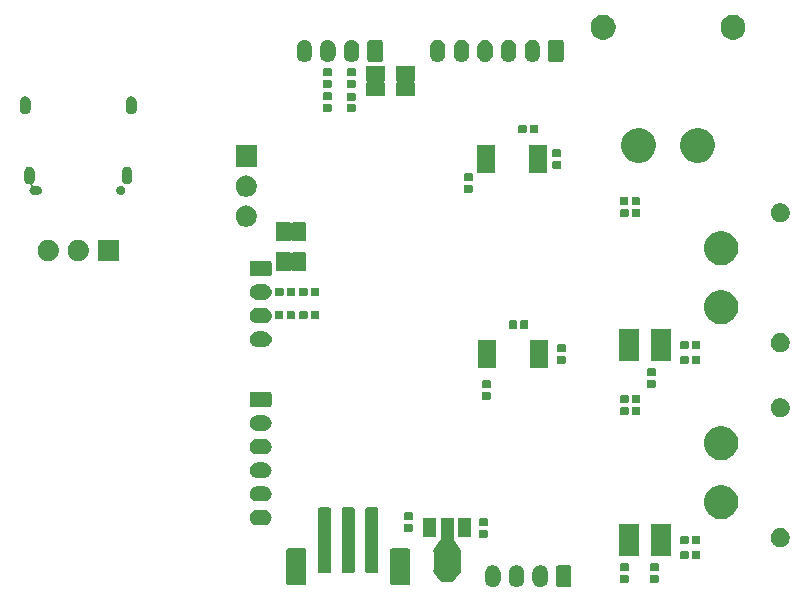
<source format=gbs>
G04 #@! TF.GenerationSoftware,KiCad,Pcbnew,(5.1.5)-3*
G04 #@! TF.CreationDate,2022-07-01T00:55:21+09:00*
G04 #@! TF.ProjectId,RP_MD,52505f4d-442e-46b6-9963-61645f706362,rev?*
G04 #@! TF.SameCoordinates,Original*
G04 #@! TF.FileFunction,Soldermask,Bot*
G04 #@! TF.FilePolarity,Negative*
%FSLAX46Y46*%
G04 Gerber Fmt 4.6, Leading zero omitted, Abs format (unit mm)*
G04 Created by KiCad (PCBNEW (5.1.5)-3) date 2022-07-01 00:55:21*
%MOMM*%
%LPD*%
G04 APERTURE LIST*
%ADD10C,0.100000*%
G04 APERTURE END LIST*
D10*
G36*
X136017618Y-97381420D02*
G01*
X136098400Y-97405925D01*
X136140336Y-97418646D01*
X136253425Y-97479094D01*
X136352554Y-97560446D01*
X136433906Y-97659575D01*
X136494354Y-97772664D01*
X136494355Y-97772668D01*
X136531580Y-97895382D01*
X136541000Y-97991027D01*
X136541000Y-98604973D01*
X136531580Y-98700618D01*
X136520922Y-98735751D01*
X136494354Y-98823336D01*
X136433906Y-98936425D01*
X136352554Y-99035553D01*
X136253424Y-99116906D01*
X136140335Y-99177354D01*
X136108403Y-99187040D01*
X136017617Y-99214580D01*
X135890000Y-99227149D01*
X135762382Y-99214580D01*
X135671596Y-99187040D01*
X135639664Y-99177354D01*
X135526575Y-99116906D01*
X135427447Y-99035554D01*
X135346094Y-98936424D01*
X135285646Y-98823335D01*
X135274302Y-98785938D01*
X135248420Y-98700617D01*
X135239000Y-98604972D01*
X135239000Y-97991027D01*
X135248420Y-97895382D01*
X135285645Y-97772668D01*
X135285645Y-97772667D01*
X135317957Y-97712217D01*
X135346095Y-97659574D01*
X135359493Y-97643249D01*
X135427447Y-97560446D01*
X135526576Y-97479094D01*
X135639665Y-97418646D01*
X135681601Y-97405925D01*
X135762383Y-97381420D01*
X135890000Y-97368851D01*
X136017618Y-97381420D01*
G37*
G36*
X134017618Y-97381420D02*
G01*
X134098400Y-97405925D01*
X134140336Y-97418646D01*
X134253425Y-97479094D01*
X134352554Y-97560446D01*
X134433906Y-97659575D01*
X134494354Y-97772664D01*
X134494355Y-97772668D01*
X134531580Y-97895382D01*
X134541000Y-97991027D01*
X134541000Y-98604973D01*
X134531580Y-98700618D01*
X134520922Y-98735751D01*
X134494354Y-98823336D01*
X134433906Y-98936425D01*
X134352554Y-99035553D01*
X134253424Y-99116906D01*
X134140335Y-99177354D01*
X134108403Y-99187040D01*
X134017617Y-99214580D01*
X133890000Y-99227149D01*
X133762382Y-99214580D01*
X133671596Y-99187040D01*
X133639664Y-99177354D01*
X133526575Y-99116906D01*
X133427447Y-99035554D01*
X133346094Y-98936424D01*
X133285646Y-98823335D01*
X133274302Y-98785938D01*
X133248420Y-98700617D01*
X133239000Y-98604972D01*
X133239000Y-97991027D01*
X133248420Y-97895382D01*
X133285645Y-97772668D01*
X133285645Y-97772667D01*
X133317957Y-97712217D01*
X133346095Y-97659574D01*
X133359493Y-97643249D01*
X133427447Y-97560446D01*
X133526576Y-97479094D01*
X133639665Y-97418646D01*
X133681601Y-97405925D01*
X133762383Y-97381420D01*
X133890000Y-97368851D01*
X134017618Y-97381420D01*
G37*
G36*
X132017618Y-97381420D02*
G01*
X132098400Y-97405925D01*
X132140336Y-97418646D01*
X132253425Y-97479094D01*
X132352554Y-97560446D01*
X132433906Y-97659575D01*
X132494354Y-97772664D01*
X132494355Y-97772668D01*
X132531580Y-97895382D01*
X132541000Y-97991027D01*
X132541000Y-98604973D01*
X132531580Y-98700618D01*
X132520922Y-98735751D01*
X132494354Y-98823336D01*
X132433906Y-98936425D01*
X132352554Y-99035553D01*
X132253424Y-99116906D01*
X132140335Y-99177354D01*
X132108403Y-99187040D01*
X132017617Y-99214580D01*
X131890000Y-99227149D01*
X131762382Y-99214580D01*
X131671596Y-99187040D01*
X131639664Y-99177354D01*
X131526575Y-99116906D01*
X131427447Y-99035554D01*
X131346094Y-98936424D01*
X131285646Y-98823335D01*
X131274302Y-98785938D01*
X131248420Y-98700617D01*
X131239000Y-98604972D01*
X131239000Y-97991027D01*
X131248420Y-97895382D01*
X131285645Y-97772668D01*
X131285645Y-97772667D01*
X131317957Y-97712217D01*
X131346095Y-97659574D01*
X131359493Y-97643249D01*
X131427447Y-97560446D01*
X131526576Y-97479094D01*
X131639665Y-97418646D01*
X131681601Y-97405925D01*
X131762383Y-97381420D01*
X131890000Y-97368851D01*
X132017618Y-97381420D01*
G37*
G36*
X138381242Y-97376404D02*
G01*
X138418337Y-97387657D01*
X138452515Y-97405925D01*
X138482481Y-97430519D01*
X138507075Y-97460485D01*
X138525343Y-97494663D01*
X138536596Y-97531758D01*
X138541000Y-97576474D01*
X138541000Y-99019526D01*
X138536596Y-99064242D01*
X138525343Y-99101337D01*
X138507075Y-99135515D01*
X138482481Y-99165481D01*
X138452515Y-99190075D01*
X138418337Y-99208343D01*
X138381242Y-99219596D01*
X138336526Y-99224000D01*
X137443474Y-99224000D01*
X137398758Y-99219596D01*
X137361663Y-99208343D01*
X137327485Y-99190075D01*
X137297519Y-99165481D01*
X137272925Y-99135515D01*
X137254657Y-99101337D01*
X137243404Y-99064242D01*
X137239000Y-99019526D01*
X137239000Y-97576474D01*
X137243404Y-97531758D01*
X137254657Y-97494663D01*
X137272925Y-97460485D01*
X137297519Y-97430519D01*
X137327485Y-97405925D01*
X137361663Y-97387657D01*
X137398758Y-97376404D01*
X137443474Y-97372000D01*
X138336526Y-97372000D01*
X138381242Y-97376404D01*
G37*
G36*
X115939997Y-95961051D02*
G01*
X115973652Y-95971261D01*
X116004665Y-95987838D01*
X116031851Y-96010149D01*
X116054162Y-96037335D01*
X116070739Y-96068348D01*
X116080949Y-96102003D01*
X116085000Y-96143138D01*
X116085000Y-98872862D01*
X116080949Y-98913997D01*
X116070739Y-98947652D01*
X116054162Y-98978665D01*
X116031851Y-99005851D01*
X116004665Y-99028162D01*
X115973652Y-99044739D01*
X115939997Y-99054949D01*
X115898862Y-99059000D01*
X114569138Y-99059000D01*
X114528003Y-99054949D01*
X114494348Y-99044739D01*
X114463335Y-99028162D01*
X114436149Y-99005851D01*
X114413838Y-98978665D01*
X114397261Y-98947652D01*
X114387051Y-98913997D01*
X114383000Y-98872862D01*
X114383000Y-96143138D01*
X114387051Y-96102003D01*
X114397261Y-96068348D01*
X114413838Y-96037335D01*
X114436149Y-96010149D01*
X114463335Y-95987838D01*
X114494348Y-95971261D01*
X114528003Y-95961051D01*
X114569138Y-95957000D01*
X115898862Y-95957000D01*
X115939997Y-95961051D01*
G37*
G36*
X124739997Y-95961051D02*
G01*
X124773652Y-95971261D01*
X124804665Y-95987838D01*
X124831851Y-96010149D01*
X124854162Y-96037335D01*
X124870739Y-96068348D01*
X124880949Y-96102003D01*
X124885000Y-96143138D01*
X124885000Y-98872862D01*
X124880949Y-98913997D01*
X124870739Y-98947652D01*
X124854162Y-98978665D01*
X124831851Y-99005851D01*
X124804665Y-99028162D01*
X124773652Y-99044739D01*
X124739997Y-99054949D01*
X124698862Y-99059000D01*
X123369138Y-99059000D01*
X123328003Y-99054949D01*
X123294348Y-99044739D01*
X123263335Y-99028162D01*
X123236149Y-99005851D01*
X123213838Y-98978665D01*
X123197261Y-98947652D01*
X123187051Y-98913997D01*
X123183000Y-98872862D01*
X123183000Y-96143138D01*
X123187051Y-96102003D01*
X123197261Y-96068348D01*
X123213838Y-96037335D01*
X123236149Y-96010149D01*
X123263335Y-95987838D01*
X123294348Y-95971261D01*
X123328003Y-95961051D01*
X123369138Y-95957000D01*
X124698862Y-95957000D01*
X124739997Y-95961051D01*
G37*
G36*
X145823938Y-98185716D02*
G01*
X145844557Y-98191971D01*
X145863553Y-98202124D01*
X145880208Y-98215792D01*
X145893876Y-98232447D01*
X145904029Y-98251443D01*
X145910284Y-98272062D01*
X145913000Y-98299640D01*
X145913000Y-98758360D01*
X145910284Y-98785938D01*
X145904029Y-98806557D01*
X145893876Y-98825553D01*
X145880208Y-98842208D01*
X145863553Y-98855876D01*
X145844557Y-98866029D01*
X145823938Y-98872284D01*
X145796360Y-98875000D01*
X145287640Y-98875000D01*
X145260062Y-98872284D01*
X145239443Y-98866029D01*
X145220447Y-98855876D01*
X145203792Y-98842208D01*
X145190124Y-98825553D01*
X145179971Y-98806557D01*
X145173716Y-98785938D01*
X145171000Y-98758360D01*
X145171000Y-98299640D01*
X145173716Y-98272062D01*
X145179971Y-98251443D01*
X145190124Y-98232447D01*
X145203792Y-98215792D01*
X145220447Y-98202124D01*
X145239443Y-98191971D01*
X145260062Y-98185716D01*
X145287640Y-98183000D01*
X145796360Y-98183000D01*
X145823938Y-98185716D01*
G37*
G36*
X143283938Y-98185716D02*
G01*
X143304557Y-98191971D01*
X143323553Y-98202124D01*
X143340208Y-98215792D01*
X143353876Y-98232447D01*
X143364029Y-98251443D01*
X143370284Y-98272062D01*
X143373000Y-98299640D01*
X143373000Y-98758360D01*
X143370284Y-98785938D01*
X143364029Y-98806557D01*
X143353876Y-98825553D01*
X143340208Y-98842208D01*
X143323553Y-98855876D01*
X143304557Y-98866029D01*
X143283938Y-98872284D01*
X143256360Y-98875000D01*
X142747640Y-98875000D01*
X142720062Y-98872284D01*
X142699443Y-98866029D01*
X142680447Y-98855876D01*
X142663792Y-98842208D01*
X142650124Y-98825553D01*
X142639971Y-98806557D01*
X142633716Y-98785938D01*
X142631000Y-98758360D01*
X142631000Y-98299640D01*
X142633716Y-98272062D01*
X142639971Y-98251443D01*
X142650124Y-98232447D01*
X142663792Y-98215792D01*
X142680447Y-98202124D01*
X142699443Y-98191971D01*
X142720062Y-98185716D01*
X142747640Y-98183000D01*
X143256360Y-98183000D01*
X143283938Y-98185716D01*
G37*
G36*
X128567000Y-95205678D02*
G01*
X128569402Y-95230064D01*
X128576515Y-95253513D01*
X128589596Y-95277360D01*
X129098022Y-96003683D01*
X129113974Y-96022284D01*
X129133248Y-96037415D01*
X129155104Y-96048495D01*
X129167000Y-96051824D01*
X129167000Y-96062822D01*
X129169402Y-96087208D01*
X129176515Y-96110657D01*
X129189596Y-96134504D01*
X129208962Y-96162169D01*
X129213953Y-96169300D01*
X129227026Y-96187975D01*
X129222553Y-96190366D01*
X129203611Y-96205911D01*
X129188066Y-96224853D01*
X129176515Y-96246464D01*
X129169402Y-96269913D01*
X129167000Y-96294299D01*
X129167000Y-97760501D01*
X129169402Y-97784887D01*
X129176515Y-97808336D01*
X129188066Y-97829947D01*
X129203611Y-97848889D01*
X129222553Y-97864434D01*
X129227450Y-97867051D01*
X129189879Y-97920276D01*
X129177778Y-97941584D01*
X129170067Y-97964843D01*
X129167000Y-97992361D01*
X129167000Y-98003735D01*
X129151243Y-98008515D01*
X129129632Y-98020066D01*
X129110690Y-98035611D01*
X129096958Y-98051914D01*
X128542426Y-98837500D01*
X127489574Y-98837500D01*
X126935042Y-98051914D01*
X126919017Y-98033377D01*
X126899683Y-98018322D01*
X126877784Y-98007328D01*
X126865000Y-98003805D01*
X126865000Y-97992361D01*
X126862598Y-97967975D01*
X126855485Y-97944526D01*
X126842121Y-97920276D01*
X126804550Y-97867051D01*
X126809447Y-97864434D01*
X126828389Y-97848889D01*
X126843934Y-97829947D01*
X126855485Y-97808336D01*
X126862598Y-97784887D01*
X126865000Y-97760501D01*
X126865000Y-96294299D01*
X126862598Y-96269913D01*
X126855485Y-96246464D01*
X126843934Y-96224853D01*
X126828389Y-96205911D01*
X126809447Y-96190366D01*
X126804974Y-96187975D01*
X126842404Y-96134504D01*
X126854421Y-96113149D01*
X126862041Y-96089860D01*
X126865000Y-96062822D01*
X126865000Y-96051856D01*
X126879410Y-96047485D01*
X126901021Y-96035934D01*
X126919963Y-96020389D01*
X126933978Y-96003683D01*
X127442404Y-95277360D01*
X127454421Y-95256005D01*
X127462041Y-95232716D01*
X127465000Y-95205678D01*
X127465000Y-93410000D01*
X128567000Y-93410000D01*
X128567000Y-95205678D01*
G37*
G36*
X118013434Y-92461686D02*
G01*
X118053284Y-92473774D01*
X118089999Y-92493399D01*
X118122186Y-92519814D01*
X118148601Y-92552001D01*
X118168226Y-92588716D01*
X118180314Y-92628566D01*
X118185000Y-92676141D01*
X118185000Y-97839859D01*
X118180314Y-97887434D01*
X118168226Y-97927284D01*
X118148601Y-97963999D01*
X118122186Y-97996186D01*
X118089999Y-98022601D01*
X118053284Y-98042226D01*
X118013434Y-98054314D01*
X117965859Y-98059000D01*
X117302141Y-98059000D01*
X117254566Y-98054314D01*
X117214716Y-98042226D01*
X117178001Y-98022601D01*
X117145814Y-97996186D01*
X117119399Y-97963999D01*
X117099774Y-97927284D01*
X117087686Y-97887434D01*
X117083000Y-97839859D01*
X117083000Y-92676141D01*
X117087686Y-92628566D01*
X117099774Y-92588716D01*
X117119399Y-92552001D01*
X117145814Y-92519814D01*
X117178001Y-92493399D01*
X117214716Y-92473774D01*
X117254566Y-92461686D01*
X117302141Y-92457000D01*
X117965859Y-92457000D01*
X118013434Y-92461686D01*
G37*
G36*
X122013434Y-92461686D02*
G01*
X122053284Y-92473774D01*
X122089999Y-92493399D01*
X122122186Y-92519814D01*
X122148601Y-92552001D01*
X122168226Y-92588716D01*
X122180314Y-92628566D01*
X122185000Y-92676141D01*
X122185000Y-97839859D01*
X122180314Y-97887434D01*
X122168226Y-97927284D01*
X122148601Y-97963999D01*
X122122186Y-97996186D01*
X122089999Y-98022601D01*
X122053284Y-98042226D01*
X122013434Y-98054314D01*
X121965859Y-98059000D01*
X121302141Y-98059000D01*
X121254566Y-98054314D01*
X121214716Y-98042226D01*
X121178001Y-98022601D01*
X121145814Y-97996186D01*
X121119399Y-97963999D01*
X121099774Y-97927284D01*
X121087686Y-97887434D01*
X121083000Y-97839859D01*
X121083000Y-92676141D01*
X121087686Y-92628566D01*
X121099774Y-92588716D01*
X121119399Y-92552001D01*
X121145814Y-92519814D01*
X121178001Y-92493399D01*
X121214716Y-92473774D01*
X121254566Y-92461686D01*
X121302141Y-92457000D01*
X121965859Y-92457000D01*
X122013434Y-92461686D01*
G37*
G36*
X120013434Y-92461686D02*
G01*
X120053284Y-92473774D01*
X120089999Y-92493399D01*
X120122186Y-92519814D01*
X120148601Y-92552001D01*
X120168226Y-92588716D01*
X120180314Y-92628566D01*
X120185000Y-92676141D01*
X120185000Y-97839859D01*
X120180314Y-97887434D01*
X120168226Y-97927284D01*
X120148601Y-97963999D01*
X120122186Y-97996186D01*
X120089999Y-98022601D01*
X120053284Y-98042226D01*
X120013434Y-98054314D01*
X119965859Y-98059000D01*
X119302141Y-98059000D01*
X119254566Y-98054314D01*
X119214716Y-98042226D01*
X119178001Y-98022601D01*
X119145814Y-97996186D01*
X119119399Y-97963999D01*
X119099774Y-97927284D01*
X119087686Y-97887434D01*
X119083000Y-97839859D01*
X119083000Y-92676141D01*
X119087686Y-92628566D01*
X119099774Y-92588716D01*
X119119399Y-92552001D01*
X119145814Y-92519814D01*
X119178001Y-92493399D01*
X119214716Y-92473774D01*
X119254566Y-92461686D01*
X119302141Y-92457000D01*
X119965859Y-92457000D01*
X120013434Y-92461686D01*
G37*
G36*
X143283938Y-97215716D02*
G01*
X143304557Y-97221971D01*
X143323553Y-97232124D01*
X143340208Y-97245792D01*
X143353876Y-97262447D01*
X143364029Y-97281443D01*
X143370284Y-97302062D01*
X143373000Y-97329640D01*
X143373000Y-97788360D01*
X143370284Y-97815938D01*
X143364029Y-97836557D01*
X143353876Y-97855553D01*
X143340208Y-97872208D01*
X143323553Y-97885876D01*
X143304557Y-97896029D01*
X143283938Y-97902284D01*
X143256360Y-97905000D01*
X142747640Y-97905000D01*
X142720062Y-97902284D01*
X142699443Y-97896029D01*
X142680447Y-97885876D01*
X142663792Y-97872208D01*
X142650124Y-97855553D01*
X142639971Y-97836557D01*
X142633716Y-97815938D01*
X142631000Y-97788360D01*
X142631000Y-97329640D01*
X142633716Y-97302062D01*
X142639971Y-97281443D01*
X142650124Y-97262447D01*
X142663792Y-97245792D01*
X142680447Y-97232124D01*
X142699443Y-97221971D01*
X142720062Y-97215716D01*
X142747640Y-97213000D01*
X143256360Y-97213000D01*
X143283938Y-97215716D01*
G37*
G36*
X145823938Y-97215716D02*
G01*
X145844557Y-97221971D01*
X145863553Y-97232124D01*
X145880208Y-97245792D01*
X145893876Y-97262447D01*
X145904029Y-97281443D01*
X145910284Y-97302062D01*
X145913000Y-97329640D01*
X145913000Y-97788360D01*
X145910284Y-97815938D01*
X145904029Y-97836557D01*
X145893876Y-97855553D01*
X145880208Y-97872208D01*
X145863553Y-97885876D01*
X145844557Y-97896029D01*
X145823938Y-97902284D01*
X145796360Y-97905000D01*
X145287640Y-97905000D01*
X145260062Y-97902284D01*
X145239443Y-97896029D01*
X145220447Y-97885876D01*
X145203792Y-97872208D01*
X145190124Y-97855553D01*
X145179971Y-97836557D01*
X145173716Y-97815938D01*
X145171000Y-97788360D01*
X145171000Y-97329640D01*
X145173716Y-97302062D01*
X145179971Y-97281443D01*
X145190124Y-97262447D01*
X145203792Y-97245792D01*
X145220447Y-97232124D01*
X145239443Y-97221971D01*
X145260062Y-97215716D01*
X145287640Y-97213000D01*
X145796360Y-97213000D01*
X145823938Y-97215716D01*
G37*
G36*
X149331938Y-96151716D02*
G01*
X149352557Y-96157971D01*
X149371553Y-96168124D01*
X149388208Y-96181792D01*
X149401876Y-96198447D01*
X149412029Y-96217443D01*
X149418284Y-96238062D01*
X149421000Y-96265640D01*
X149421000Y-96774360D01*
X149418284Y-96801938D01*
X149412029Y-96822557D01*
X149401876Y-96841553D01*
X149388208Y-96858208D01*
X149371553Y-96871876D01*
X149352557Y-96882029D01*
X149331938Y-96888284D01*
X149304360Y-96891000D01*
X148845640Y-96891000D01*
X148818062Y-96888284D01*
X148797443Y-96882029D01*
X148778447Y-96871876D01*
X148761792Y-96858208D01*
X148748124Y-96841553D01*
X148737971Y-96822557D01*
X148731716Y-96801938D01*
X148729000Y-96774360D01*
X148729000Y-96265640D01*
X148731716Y-96238062D01*
X148737971Y-96217443D01*
X148748124Y-96198447D01*
X148761792Y-96181792D01*
X148778447Y-96168124D01*
X148797443Y-96157971D01*
X148818062Y-96151716D01*
X148845640Y-96149000D01*
X149304360Y-96149000D01*
X149331938Y-96151716D01*
G37*
G36*
X148361938Y-96151716D02*
G01*
X148382557Y-96157971D01*
X148401553Y-96168124D01*
X148418208Y-96181792D01*
X148431876Y-96198447D01*
X148442029Y-96217443D01*
X148448284Y-96238062D01*
X148451000Y-96265640D01*
X148451000Y-96774360D01*
X148448284Y-96801938D01*
X148442029Y-96822557D01*
X148431876Y-96841553D01*
X148418208Y-96858208D01*
X148401553Y-96871876D01*
X148382557Y-96882029D01*
X148361938Y-96888284D01*
X148334360Y-96891000D01*
X147875640Y-96891000D01*
X147848062Y-96888284D01*
X147827443Y-96882029D01*
X147808447Y-96871876D01*
X147791792Y-96858208D01*
X147778124Y-96841553D01*
X147767971Y-96822557D01*
X147761716Y-96801938D01*
X147759000Y-96774360D01*
X147759000Y-96265640D01*
X147761716Y-96238062D01*
X147767971Y-96217443D01*
X147778124Y-96198447D01*
X147791792Y-96181792D01*
X147808447Y-96168124D01*
X147827443Y-96157971D01*
X147848062Y-96151716D01*
X147875640Y-96149000D01*
X148334360Y-96149000D01*
X148361938Y-96151716D01*
G37*
G36*
X144261000Y-96576000D02*
G01*
X142599000Y-96576000D01*
X142599000Y-93924000D01*
X144261000Y-93924000D01*
X144261000Y-96576000D01*
G37*
G36*
X146961000Y-96576000D02*
G01*
X145299000Y-96576000D01*
X145299000Y-93924000D01*
X146961000Y-93924000D01*
X146961000Y-96576000D01*
G37*
G36*
X156443642Y-94264781D02*
G01*
X156589414Y-94325162D01*
X156589416Y-94325163D01*
X156720608Y-94412822D01*
X156832178Y-94524392D01*
X156919837Y-94655584D01*
X156919838Y-94655586D01*
X156980219Y-94801358D01*
X157011000Y-94956107D01*
X157011000Y-95113893D01*
X156980219Y-95268642D01*
X156962259Y-95312000D01*
X156919837Y-95414416D01*
X156832178Y-95545608D01*
X156720608Y-95657178D01*
X156589416Y-95744837D01*
X156589415Y-95744838D01*
X156589414Y-95744838D01*
X156443642Y-95805219D01*
X156288893Y-95836000D01*
X156131107Y-95836000D01*
X155976358Y-95805219D01*
X155830586Y-95744838D01*
X155830585Y-95744838D01*
X155830584Y-95744837D01*
X155699392Y-95657178D01*
X155587822Y-95545608D01*
X155500163Y-95414416D01*
X155457741Y-95312000D01*
X155439781Y-95268642D01*
X155409000Y-95113893D01*
X155409000Y-94956107D01*
X155439781Y-94801358D01*
X155500162Y-94655586D01*
X155500163Y-94655584D01*
X155587822Y-94524392D01*
X155699392Y-94412822D01*
X155830584Y-94325163D01*
X155830586Y-94325162D01*
X155976358Y-94264781D01*
X156131107Y-94234000D01*
X156288893Y-94234000D01*
X156443642Y-94264781D01*
G37*
G36*
X148361938Y-94881716D02*
G01*
X148382557Y-94887971D01*
X148401553Y-94898124D01*
X148418208Y-94911792D01*
X148431876Y-94928447D01*
X148442029Y-94947443D01*
X148448284Y-94968062D01*
X148451000Y-94995640D01*
X148451000Y-95504360D01*
X148448284Y-95531938D01*
X148442029Y-95552557D01*
X148431876Y-95571553D01*
X148418208Y-95588208D01*
X148401553Y-95601876D01*
X148382557Y-95612029D01*
X148361938Y-95618284D01*
X148334360Y-95621000D01*
X147875640Y-95621000D01*
X147848062Y-95618284D01*
X147827443Y-95612029D01*
X147808447Y-95601876D01*
X147791792Y-95588208D01*
X147778124Y-95571553D01*
X147767971Y-95552557D01*
X147761716Y-95531938D01*
X147759000Y-95504360D01*
X147759000Y-94995640D01*
X147761716Y-94968062D01*
X147767971Y-94947443D01*
X147778124Y-94928447D01*
X147791792Y-94911792D01*
X147808447Y-94898124D01*
X147827443Y-94887971D01*
X147848062Y-94881716D01*
X147875640Y-94879000D01*
X148334360Y-94879000D01*
X148361938Y-94881716D01*
G37*
G36*
X149331938Y-94881716D02*
G01*
X149352557Y-94887971D01*
X149371553Y-94898124D01*
X149388208Y-94911792D01*
X149401876Y-94928447D01*
X149412029Y-94947443D01*
X149418284Y-94968062D01*
X149421000Y-94995640D01*
X149421000Y-95504360D01*
X149418284Y-95531938D01*
X149412029Y-95552557D01*
X149401876Y-95571553D01*
X149388208Y-95588208D01*
X149371553Y-95601876D01*
X149352557Y-95612029D01*
X149331938Y-95618284D01*
X149304360Y-95621000D01*
X148845640Y-95621000D01*
X148818062Y-95618284D01*
X148797443Y-95612029D01*
X148778447Y-95601876D01*
X148761792Y-95588208D01*
X148748124Y-95571553D01*
X148737971Y-95552557D01*
X148731716Y-95531938D01*
X148729000Y-95504360D01*
X148729000Y-94995640D01*
X148731716Y-94968062D01*
X148737971Y-94947443D01*
X148748124Y-94928447D01*
X148761792Y-94911792D01*
X148778447Y-94898124D01*
X148797443Y-94887971D01*
X148818062Y-94881716D01*
X148845640Y-94879000D01*
X149304360Y-94879000D01*
X149331938Y-94881716D01*
G37*
G36*
X131345938Y-94375716D02*
G01*
X131366557Y-94381971D01*
X131385553Y-94392124D01*
X131402208Y-94405792D01*
X131415876Y-94422447D01*
X131426029Y-94441443D01*
X131432284Y-94462062D01*
X131435000Y-94489640D01*
X131435000Y-94948360D01*
X131432284Y-94975938D01*
X131426029Y-94996557D01*
X131415876Y-95015553D01*
X131402208Y-95032208D01*
X131385553Y-95045876D01*
X131366557Y-95056029D01*
X131345938Y-95062284D01*
X131318360Y-95065000D01*
X130809640Y-95065000D01*
X130782062Y-95062284D01*
X130761443Y-95056029D01*
X130742447Y-95045876D01*
X130725792Y-95032208D01*
X130712124Y-95015553D01*
X130701971Y-94996557D01*
X130695716Y-94975938D01*
X130693000Y-94948360D01*
X130693000Y-94489640D01*
X130695716Y-94462062D01*
X130701971Y-94441443D01*
X130712124Y-94422447D01*
X130725792Y-94405792D01*
X130742447Y-94392124D01*
X130761443Y-94381971D01*
X130782062Y-94375716D01*
X130809640Y-94373000D01*
X131318360Y-94373000D01*
X131345938Y-94375716D01*
G37*
G36*
X127067000Y-95015500D02*
G01*
X125965000Y-95015500D01*
X125965000Y-93413500D01*
X127067000Y-93413500D01*
X127067000Y-95015500D01*
G37*
G36*
X130067000Y-95015500D02*
G01*
X128965000Y-95015500D01*
X128965000Y-93413500D01*
X130067000Y-93413500D01*
X130067000Y-95015500D01*
G37*
G36*
X124995938Y-93867716D02*
G01*
X125016557Y-93873971D01*
X125035553Y-93884124D01*
X125052208Y-93897792D01*
X125065876Y-93914447D01*
X125076029Y-93933443D01*
X125082284Y-93954062D01*
X125085000Y-93981640D01*
X125085000Y-94440360D01*
X125082284Y-94467938D01*
X125076029Y-94488557D01*
X125065876Y-94507553D01*
X125052208Y-94524208D01*
X125035553Y-94537876D01*
X125016557Y-94548029D01*
X124995938Y-94554284D01*
X124968360Y-94557000D01*
X124459640Y-94557000D01*
X124432062Y-94554284D01*
X124411443Y-94548029D01*
X124392447Y-94537876D01*
X124375792Y-94524208D01*
X124362124Y-94507553D01*
X124351971Y-94488557D01*
X124345716Y-94467938D01*
X124343000Y-94440360D01*
X124343000Y-93981640D01*
X124345716Y-93954062D01*
X124351971Y-93933443D01*
X124362124Y-93914447D01*
X124375792Y-93897792D01*
X124392447Y-93884124D01*
X124411443Y-93873971D01*
X124432062Y-93867716D01*
X124459640Y-93865000D01*
X124968360Y-93865000D01*
X124995938Y-93867716D01*
G37*
G36*
X131345938Y-93405716D02*
G01*
X131366557Y-93411971D01*
X131385553Y-93422124D01*
X131402208Y-93435792D01*
X131415876Y-93452447D01*
X131426029Y-93471443D01*
X131432284Y-93492062D01*
X131435000Y-93519640D01*
X131435000Y-93978360D01*
X131432284Y-94005938D01*
X131426029Y-94026557D01*
X131415876Y-94045553D01*
X131402208Y-94062208D01*
X131385553Y-94075876D01*
X131366557Y-94086029D01*
X131345938Y-94092284D01*
X131318360Y-94095000D01*
X130809640Y-94095000D01*
X130782062Y-94092284D01*
X130761443Y-94086029D01*
X130742447Y-94075876D01*
X130725792Y-94062208D01*
X130712124Y-94045553D01*
X130701971Y-94026557D01*
X130695716Y-94005938D01*
X130693000Y-93978360D01*
X130693000Y-93519640D01*
X130695716Y-93492062D01*
X130701971Y-93471443D01*
X130712124Y-93452447D01*
X130725792Y-93435792D01*
X130742447Y-93422124D01*
X130761443Y-93411971D01*
X130782062Y-93405716D01*
X130809640Y-93403000D01*
X131318360Y-93403000D01*
X131345938Y-93405716D01*
G37*
G36*
X112558855Y-92682140D02*
G01*
X112622618Y-92688420D01*
X112713404Y-92715960D01*
X112745336Y-92725646D01*
X112858425Y-92786094D01*
X112957554Y-92867446D01*
X113038906Y-92966575D01*
X113099354Y-93079664D01*
X113099355Y-93079668D01*
X113136580Y-93202382D01*
X113149149Y-93330000D01*
X113136580Y-93457618D01*
X113127970Y-93486000D01*
X113099354Y-93580336D01*
X113038906Y-93693425D01*
X112957554Y-93792554D01*
X112858425Y-93873906D01*
X112745336Y-93934354D01*
X112720506Y-93941886D01*
X112622618Y-93971580D01*
X112558855Y-93977860D01*
X112526974Y-93981000D01*
X111913026Y-93981000D01*
X111881145Y-93977860D01*
X111817382Y-93971580D01*
X111719494Y-93941886D01*
X111694664Y-93934354D01*
X111581575Y-93873906D01*
X111482446Y-93792554D01*
X111401094Y-93693425D01*
X111340646Y-93580336D01*
X111312030Y-93486000D01*
X111303420Y-93457618D01*
X111290851Y-93330000D01*
X111303420Y-93202382D01*
X111340645Y-93079668D01*
X111340646Y-93079664D01*
X111401094Y-92966575D01*
X111482446Y-92867446D01*
X111581575Y-92786094D01*
X111694664Y-92725646D01*
X111726596Y-92715960D01*
X111817382Y-92688420D01*
X111881145Y-92682140D01*
X111913026Y-92679000D01*
X112526974Y-92679000D01*
X112558855Y-92682140D01*
G37*
G36*
X124995938Y-92897716D02*
G01*
X125016557Y-92903971D01*
X125035553Y-92914124D01*
X125052208Y-92927792D01*
X125065876Y-92944447D01*
X125076029Y-92963443D01*
X125082284Y-92984062D01*
X125085000Y-93011640D01*
X125085000Y-93470360D01*
X125082284Y-93497938D01*
X125076029Y-93518557D01*
X125065876Y-93537553D01*
X125052208Y-93554208D01*
X125035553Y-93567876D01*
X125016557Y-93578029D01*
X124995938Y-93584284D01*
X124968360Y-93587000D01*
X124459640Y-93587000D01*
X124432062Y-93584284D01*
X124411443Y-93578029D01*
X124392447Y-93567876D01*
X124375792Y-93554208D01*
X124362124Y-93537553D01*
X124351971Y-93518557D01*
X124345716Y-93497938D01*
X124343000Y-93470360D01*
X124343000Y-93011640D01*
X124345716Y-92984062D01*
X124351971Y-92963443D01*
X124362124Y-92944447D01*
X124375792Y-92927792D01*
X124392447Y-92914124D01*
X124411443Y-92903971D01*
X124432062Y-92897716D01*
X124459640Y-92895000D01*
X124968360Y-92895000D01*
X124995938Y-92897716D01*
G37*
G36*
X151633241Y-90639760D02*
G01*
X151897305Y-90749139D01*
X152134958Y-90907934D01*
X152337066Y-91110042D01*
X152495861Y-91347695D01*
X152605240Y-91611759D01*
X152661000Y-91892088D01*
X152661000Y-92177912D01*
X152605240Y-92458241D01*
X152495861Y-92722305D01*
X152337066Y-92959958D01*
X152134958Y-93162066D01*
X151897305Y-93320861D01*
X151633241Y-93430240D01*
X151352912Y-93486000D01*
X151067088Y-93486000D01*
X150786759Y-93430240D01*
X150522695Y-93320861D01*
X150285042Y-93162066D01*
X150082934Y-92959958D01*
X149924139Y-92722305D01*
X149814760Y-92458241D01*
X149759000Y-92177912D01*
X149759000Y-91892088D01*
X149814760Y-91611759D01*
X149924139Y-91347695D01*
X150082934Y-91110042D01*
X150285042Y-90907934D01*
X150522695Y-90749139D01*
X150786759Y-90639760D01*
X151067088Y-90584000D01*
X151352912Y-90584000D01*
X151633241Y-90639760D01*
G37*
G36*
X112558855Y-90682140D02*
G01*
X112622618Y-90688420D01*
X112713404Y-90715960D01*
X112745336Y-90725646D01*
X112858425Y-90786094D01*
X112957554Y-90867446D01*
X113038906Y-90966575D01*
X113099354Y-91079664D01*
X113099355Y-91079668D01*
X113136580Y-91202382D01*
X113149149Y-91330000D01*
X113136580Y-91457618D01*
X113109040Y-91548404D01*
X113099354Y-91580336D01*
X113038906Y-91693425D01*
X112957554Y-91792554D01*
X112858425Y-91873906D01*
X112745336Y-91934354D01*
X112713404Y-91944040D01*
X112622618Y-91971580D01*
X112558855Y-91977860D01*
X112526974Y-91981000D01*
X111913026Y-91981000D01*
X111881145Y-91977860D01*
X111817382Y-91971580D01*
X111726596Y-91944040D01*
X111694664Y-91934354D01*
X111581575Y-91873906D01*
X111482446Y-91792554D01*
X111401094Y-91693425D01*
X111340646Y-91580336D01*
X111330960Y-91548404D01*
X111303420Y-91457618D01*
X111290851Y-91330000D01*
X111303420Y-91202382D01*
X111340645Y-91079668D01*
X111340646Y-91079664D01*
X111401094Y-90966575D01*
X111482446Y-90867446D01*
X111581575Y-90786094D01*
X111694664Y-90725646D01*
X111726596Y-90715960D01*
X111817382Y-90688420D01*
X111881145Y-90682140D01*
X111913026Y-90679000D01*
X112526974Y-90679000D01*
X112558855Y-90682140D01*
G37*
G36*
X112558855Y-88682140D02*
G01*
X112622618Y-88688420D01*
X112713404Y-88715960D01*
X112745336Y-88725646D01*
X112858425Y-88786094D01*
X112957554Y-88867446D01*
X113038906Y-88966575D01*
X113099354Y-89079664D01*
X113099355Y-89079668D01*
X113136580Y-89202382D01*
X113149149Y-89330000D01*
X113136580Y-89457618D01*
X113109040Y-89548404D01*
X113099354Y-89580336D01*
X113038906Y-89693425D01*
X112957554Y-89792554D01*
X112858425Y-89873906D01*
X112745336Y-89934354D01*
X112713404Y-89944040D01*
X112622618Y-89971580D01*
X112558855Y-89977860D01*
X112526974Y-89981000D01*
X111913026Y-89981000D01*
X111881145Y-89977860D01*
X111817382Y-89971580D01*
X111726596Y-89944040D01*
X111694664Y-89934354D01*
X111581575Y-89873906D01*
X111482446Y-89792554D01*
X111401094Y-89693425D01*
X111340646Y-89580336D01*
X111330960Y-89548404D01*
X111303420Y-89457618D01*
X111290851Y-89330000D01*
X111303420Y-89202382D01*
X111340645Y-89079668D01*
X111340646Y-89079664D01*
X111401094Y-88966575D01*
X111482446Y-88867446D01*
X111581575Y-88786094D01*
X111694664Y-88725646D01*
X111726596Y-88715960D01*
X111817382Y-88688420D01*
X111881145Y-88682140D01*
X111913026Y-88679000D01*
X112526974Y-88679000D01*
X112558855Y-88682140D01*
G37*
G36*
X151633241Y-85639760D02*
G01*
X151897305Y-85749139D01*
X152134958Y-85907934D01*
X152337066Y-86110042D01*
X152495861Y-86347695D01*
X152605240Y-86611759D01*
X152661000Y-86892088D01*
X152661000Y-87177912D01*
X152605240Y-87458241D01*
X152495861Y-87722305D01*
X152337066Y-87959958D01*
X152134958Y-88162066D01*
X151897305Y-88320861D01*
X151633241Y-88430240D01*
X151352912Y-88486000D01*
X151067088Y-88486000D01*
X150786759Y-88430240D01*
X150522695Y-88320861D01*
X150285042Y-88162066D01*
X150082934Y-87959958D01*
X149924139Y-87722305D01*
X149814760Y-87458241D01*
X149759000Y-87177912D01*
X149759000Y-86892088D01*
X149814760Y-86611759D01*
X149924139Y-86347695D01*
X150082934Y-86110042D01*
X150285042Y-85907934D01*
X150522695Y-85749139D01*
X150786759Y-85639760D01*
X151067088Y-85584000D01*
X151352912Y-85584000D01*
X151633241Y-85639760D01*
G37*
G36*
X112558855Y-86682140D02*
G01*
X112622618Y-86688420D01*
X112713404Y-86715960D01*
X112745336Y-86725646D01*
X112858425Y-86786094D01*
X112957554Y-86867446D01*
X113038906Y-86966575D01*
X113099354Y-87079664D01*
X113099355Y-87079668D01*
X113136580Y-87202382D01*
X113149149Y-87330000D01*
X113136580Y-87457618D01*
X113109040Y-87548404D01*
X113099354Y-87580336D01*
X113038906Y-87693425D01*
X112957554Y-87792554D01*
X112858425Y-87873906D01*
X112745336Y-87934354D01*
X112713404Y-87944040D01*
X112622618Y-87971580D01*
X112558855Y-87977860D01*
X112526974Y-87981000D01*
X111913026Y-87981000D01*
X111881145Y-87977860D01*
X111817382Y-87971580D01*
X111726596Y-87944040D01*
X111694664Y-87934354D01*
X111581575Y-87873906D01*
X111482446Y-87792554D01*
X111401094Y-87693425D01*
X111340646Y-87580336D01*
X111330960Y-87548404D01*
X111303420Y-87457618D01*
X111290851Y-87330000D01*
X111303420Y-87202382D01*
X111340645Y-87079668D01*
X111340646Y-87079664D01*
X111401094Y-86966575D01*
X111482446Y-86867446D01*
X111581575Y-86786094D01*
X111694664Y-86725646D01*
X111726596Y-86715960D01*
X111817382Y-86688420D01*
X111881145Y-86682140D01*
X111913026Y-86679000D01*
X112526974Y-86679000D01*
X112558855Y-86682140D01*
G37*
G36*
X112558855Y-84682140D02*
G01*
X112622618Y-84688420D01*
X112713404Y-84715960D01*
X112745336Y-84725646D01*
X112858425Y-84786094D01*
X112957554Y-84867446D01*
X113038906Y-84966575D01*
X113099354Y-85079664D01*
X113099355Y-85079668D01*
X113136580Y-85202382D01*
X113149149Y-85330000D01*
X113136580Y-85457618D01*
X113109040Y-85548404D01*
X113099354Y-85580336D01*
X113038906Y-85693425D01*
X112957554Y-85792554D01*
X112858425Y-85873906D01*
X112745336Y-85934354D01*
X112713404Y-85944040D01*
X112622618Y-85971580D01*
X112558855Y-85977860D01*
X112526974Y-85981000D01*
X111913026Y-85981000D01*
X111881145Y-85977860D01*
X111817382Y-85971580D01*
X111726596Y-85944040D01*
X111694664Y-85934354D01*
X111581575Y-85873906D01*
X111482446Y-85792554D01*
X111401094Y-85693425D01*
X111340646Y-85580336D01*
X111330960Y-85548404D01*
X111303420Y-85457618D01*
X111290851Y-85330000D01*
X111303420Y-85202382D01*
X111340645Y-85079668D01*
X111340646Y-85079664D01*
X111401094Y-84966575D01*
X111482446Y-84867446D01*
X111581575Y-84786094D01*
X111694664Y-84725646D01*
X111726596Y-84715960D01*
X111817382Y-84688420D01*
X111881145Y-84682140D01*
X111913026Y-84679000D01*
X112526974Y-84679000D01*
X112558855Y-84682140D01*
G37*
G36*
X156443642Y-83264781D02*
G01*
X156589414Y-83325162D01*
X156589416Y-83325163D01*
X156720608Y-83412822D01*
X156832178Y-83524392D01*
X156905116Y-83633553D01*
X156919838Y-83655586D01*
X156980219Y-83801358D01*
X157011000Y-83956107D01*
X157011000Y-84113893D01*
X156980219Y-84268642D01*
X156919838Y-84414414D01*
X156919837Y-84414416D01*
X156832178Y-84545608D01*
X156720608Y-84657178D01*
X156589416Y-84744837D01*
X156589415Y-84744838D01*
X156589414Y-84744838D01*
X156443642Y-84805219D01*
X156288893Y-84836000D01*
X156131107Y-84836000D01*
X155976358Y-84805219D01*
X155830586Y-84744838D01*
X155830585Y-84744838D01*
X155830584Y-84744837D01*
X155699392Y-84657178D01*
X155587822Y-84545608D01*
X155500163Y-84414416D01*
X155500162Y-84414414D01*
X155439781Y-84268642D01*
X155409000Y-84113893D01*
X155409000Y-83956107D01*
X155439781Y-83801358D01*
X155500162Y-83655586D01*
X155514884Y-83633553D01*
X155587822Y-83524392D01*
X155699392Y-83412822D01*
X155830584Y-83325163D01*
X155830586Y-83325162D01*
X155976358Y-83264781D01*
X156131107Y-83234000D01*
X156288893Y-83234000D01*
X156443642Y-83264781D01*
G37*
G36*
X144251938Y-83959716D02*
G01*
X144272557Y-83965971D01*
X144291553Y-83976124D01*
X144308208Y-83989792D01*
X144321876Y-84006447D01*
X144332029Y-84025443D01*
X144338284Y-84046062D01*
X144341000Y-84073640D01*
X144341000Y-84582360D01*
X144338284Y-84609938D01*
X144332029Y-84630557D01*
X144321876Y-84649553D01*
X144308208Y-84666208D01*
X144291553Y-84679876D01*
X144272557Y-84690029D01*
X144251938Y-84696284D01*
X144224360Y-84699000D01*
X143765640Y-84699000D01*
X143738062Y-84696284D01*
X143717443Y-84690029D01*
X143698447Y-84679876D01*
X143681792Y-84666208D01*
X143668124Y-84649553D01*
X143657971Y-84630557D01*
X143651716Y-84609938D01*
X143649000Y-84582360D01*
X143649000Y-84073640D01*
X143651716Y-84046062D01*
X143657971Y-84025443D01*
X143668124Y-84006447D01*
X143681792Y-83989792D01*
X143698447Y-83976124D01*
X143717443Y-83965971D01*
X143738062Y-83959716D01*
X143765640Y-83957000D01*
X144224360Y-83957000D01*
X144251938Y-83959716D01*
G37*
G36*
X143281938Y-83959716D02*
G01*
X143302557Y-83965971D01*
X143321553Y-83976124D01*
X143338208Y-83989792D01*
X143351876Y-84006447D01*
X143362029Y-84025443D01*
X143368284Y-84046062D01*
X143371000Y-84073640D01*
X143371000Y-84582360D01*
X143368284Y-84609938D01*
X143362029Y-84630557D01*
X143351876Y-84649553D01*
X143338208Y-84666208D01*
X143321553Y-84679876D01*
X143302557Y-84690029D01*
X143281938Y-84696284D01*
X143254360Y-84699000D01*
X142795640Y-84699000D01*
X142768062Y-84696284D01*
X142747443Y-84690029D01*
X142728447Y-84679876D01*
X142711792Y-84666208D01*
X142698124Y-84649553D01*
X142687971Y-84630557D01*
X142681716Y-84609938D01*
X142679000Y-84582360D01*
X142679000Y-84073640D01*
X142681716Y-84046062D01*
X142687971Y-84025443D01*
X142698124Y-84006447D01*
X142711792Y-83989792D01*
X142728447Y-83976124D01*
X142747443Y-83965971D01*
X142768062Y-83959716D01*
X142795640Y-83957000D01*
X143254360Y-83957000D01*
X143281938Y-83959716D01*
G37*
G36*
X112986242Y-82683404D02*
G01*
X113023337Y-82694657D01*
X113057515Y-82712925D01*
X113087481Y-82737519D01*
X113112075Y-82767485D01*
X113130343Y-82801663D01*
X113141596Y-82838758D01*
X113146000Y-82883474D01*
X113146000Y-83776526D01*
X113141596Y-83821242D01*
X113130343Y-83858337D01*
X113112075Y-83892515D01*
X113087481Y-83922481D01*
X113057515Y-83947075D01*
X113023337Y-83965343D01*
X112986242Y-83976596D01*
X112941526Y-83981000D01*
X111498474Y-83981000D01*
X111453758Y-83976596D01*
X111416663Y-83965343D01*
X111382485Y-83947075D01*
X111352519Y-83922481D01*
X111327925Y-83892515D01*
X111309657Y-83858337D01*
X111298404Y-83821242D01*
X111294000Y-83776526D01*
X111294000Y-82883474D01*
X111298404Y-82838758D01*
X111309657Y-82801663D01*
X111327925Y-82767485D01*
X111352519Y-82737519D01*
X111382485Y-82712925D01*
X111416663Y-82694657D01*
X111453758Y-82683404D01*
X111498474Y-82679000D01*
X112941526Y-82679000D01*
X112986242Y-82683404D01*
G37*
G36*
X143281938Y-82943716D02*
G01*
X143302557Y-82949971D01*
X143321553Y-82960124D01*
X143338208Y-82973792D01*
X143351876Y-82990447D01*
X143362029Y-83009443D01*
X143368284Y-83030062D01*
X143371000Y-83057640D01*
X143371000Y-83566360D01*
X143368284Y-83593938D01*
X143362029Y-83614557D01*
X143351876Y-83633553D01*
X143338208Y-83650208D01*
X143321553Y-83663876D01*
X143302557Y-83674029D01*
X143281938Y-83680284D01*
X143254360Y-83683000D01*
X142795640Y-83683000D01*
X142768062Y-83680284D01*
X142747443Y-83674029D01*
X142728447Y-83663876D01*
X142711792Y-83650208D01*
X142698124Y-83633553D01*
X142687971Y-83614557D01*
X142681716Y-83593938D01*
X142679000Y-83566360D01*
X142679000Y-83057640D01*
X142681716Y-83030062D01*
X142687971Y-83009443D01*
X142698124Y-82990447D01*
X142711792Y-82973792D01*
X142728447Y-82960124D01*
X142747443Y-82949971D01*
X142768062Y-82943716D01*
X142795640Y-82941000D01*
X143254360Y-82941000D01*
X143281938Y-82943716D01*
G37*
G36*
X144251938Y-82943716D02*
G01*
X144272557Y-82949971D01*
X144291553Y-82960124D01*
X144308208Y-82973792D01*
X144321876Y-82990447D01*
X144332029Y-83009443D01*
X144338284Y-83030062D01*
X144341000Y-83057640D01*
X144341000Y-83566360D01*
X144338284Y-83593938D01*
X144332029Y-83614557D01*
X144321876Y-83633553D01*
X144308208Y-83650208D01*
X144291553Y-83663876D01*
X144272557Y-83674029D01*
X144251938Y-83680284D01*
X144224360Y-83683000D01*
X143765640Y-83683000D01*
X143738062Y-83680284D01*
X143717443Y-83674029D01*
X143698447Y-83663876D01*
X143681792Y-83650208D01*
X143668124Y-83633553D01*
X143657971Y-83614557D01*
X143651716Y-83593938D01*
X143649000Y-83566360D01*
X143649000Y-83057640D01*
X143651716Y-83030062D01*
X143657971Y-83009443D01*
X143668124Y-82990447D01*
X143681792Y-82973792D01*
X143698447Y-82960124D01*
X143717443Y-82949971D01*
X143738062Y-82943716D01*
X143765640Y-82941000D01*
X144224360Y-82941000D01*
X144251938Y-82943716D01*
G37*
G36*
X131599938Y-82691716D02*
G01*
X131620557Y-82697971D01*
X131639553Y-82708124D01*
X131656208Y-82721792D01*
X131669876Y-82738447D01*
X131680029Y-82757443D01*
X131686284Y-82778062D01*
X131689000Y-82805640D01*
X131689000Y-83264360D01*
X131686284Y-83291938D01*
X131680029Y-83312557D01*
X131669876Y-83331553D01*
X131656208Y-83348208D01*
X131639553Y-83361876D01*
X131620557Y-83372029D01*
X131599938Y-83378284D01*
X131572360Y-83381000D01*
X131063640Y-83381000D01*
X131036062Y-83378284D01*
X131015443Y-83372029D01*
X130996447Y-83361876D01*
X130979792Y-83348208D01*
X130966124Y-83331553D01*
X130955971Y-83312557D01*
X130949716Y-83291938D01*
X130947000Y-83264360D01*
X130947000Y-82805640D01*
X130949716Y-82778062D01*
X130955971Y-82757443D01*
X130966124Y-82738447D01*
X130979792Y-82721792D01*
X130996447Y-82708124D01*
X131015443Y-82697971D01*
X131036062Y-82691716D01*
X131063640Y-82689000D01*
X131572360Y-82689000D01*
X131599938Y-82691716D01*
G37*
G36*
X131599938Y-81721716D02*
G01*
X131620557Y-81727971D01*
X131639553Y-81738124D01*
X131656208Y-81751792D01*
X131669876Y-81768447D01*
X131680029Y-81787443D01*
X131686284Y-81808062D01*
X131689000Y-81835640D01*
X131689000Y-82294360D01*
X131686284Y-82321938D01*
X131680029Y-82342557D01*
X131669876Y-82361553D01*
X131656208Y-82378208D01*
X131639553Y-82391876D01*
X131620557Y-82402029D01*
X131599938Y-82408284D01*
X131572360Y-82411000D01*
X131063640Y-82411000D01*
X131036062Y-82408284D01*
X131015443Y-82402029D01*
X130996447Y-82391876D01*
X130979792Y-82378208D01*
X130966124Y-82361553D01*
X130955971Y-82342557D01*
X130949716Y-82321938D01*
X130947000Y-82294360D01*
X130947000Y-81835640D01*
X130949716Y-81808062D01*
X130955971Y-81787443D01*
X130966124Y-81768447D01*
X130979792Y-81751792D01*
X130996447Y-81738124D01*
X131015443Y-81727971D01*
X131036062Y-81721716D01*
X131063640Y-81719000D01*
X131572360Y-81719000D01*
X131599938Y-81721716D01*
G37*
G36*
X145569938Y-81675716D02*
G01*
X145590557Y-81681971D01*
X145609553Y-81692124D01*
X145626208Y-81705792D01*
X145639876Y-81722447D01*
X145650029Y-81741443D01*
X145656284Y-81762062D01*
X145659000Y-81789640D01*
X145659000Y-82248360D01*
X145656284Y-82275938D01*
X145650029Y-82296557D01*
X145639876Y-82315553D01*
X145626208Y-82332208D01*
X145609553Y-82345876D01*
X145590557Y-82356029D01*
X145569938Y-82362284D01*
X145542360Y-82365000D01*
X145033640Y-82365000D01*
X145006062Y-82362284D01*
X144985443Y-82356029D01*
X144966447Y-82345876D01*
X144949792Y-82332208D01*
X144936124Y-82315553D01*
X144925971Y-82296557D01*
X144919716Y-82275938D01*
X144917000Y-82248360D01*
X144917000Y-81789640D01*
X144919716Y-81762062D01*
X144925971Y-81741443D01*
X144936124Y-81722447D01*
X144949792Y-81705792D01*
X144966447Y-81692124D01*
X144985443Y-81681971D01*
X145006062Y-81675716D01*
X145033640Y-81673000D01*
X145542360Y-81673000D01*
X145569938Y-81675716D01*
G37*
G36*
X145569938Y-80705716D02*
G01*
X145590557Y-80711971D01*
X145609553Y-80722124D01*
X145626208Y-80735792D01*
X145639876Y-80752447D01*
X145650029Y-80771443D01*
X145656284Y-80792062D01*
X145659000Y-80819640D01*
X145659000Y-81278360D01*
X145656284Y-81305938D01*
X145650029Y-81326557D01*
X145639876Y-81345553D01*
X145626208Y-81362208D01*
X145609553Y-81375876D01*
X145590557Y-81386029D01*
X145569938Y-81392284D01*
X145542360Y-81395000D01*
X145033640Y-81395000D01*
X145006062Y-81392284D01*
X144985443Y-81386029D01*
X144966447Y-81375876D01*
X144949792Y-81362208D01*
X144936124Y-81345553D01*
X144925971Y-81326557D01*
X144919716Y-81305938D01*
X144917000Y-81278360D01*
X144917000Y-80819640D01*
X144919716Y-80792062D01*
X144925971Y-80771443D01*
X144936124Y-80752447D01*
X144949792Y-80735792D01*
X144966447Y-80722124D01*
X144985443Y-80711971D01*
X145006062Y-80705716D01*
X145033640Y-80703000D01*
X145542360Y-80703000D01*
X145569938Y-80705716D01*
G37*
G36*
X136555000Y-80703000D02*
G01*
X135053000Y-80703000D01*
X135053000Y-78301000D01*
X136555000Y-78301000D01*
X136555000Y-80703000D01*
G37*
G36*
X132155000Y-80703000D02*
G01*
X130653000Y-80703000D01*
X130653000Y-78301000D01*
X132155000Y-78301000D01*
X132155000Y-80703000D01*
G37*
G36*
X149331938Y-79641716D02*
G01*
X149352557Y-79647971D01*
X149371553Y-79658124D01*
X149388208Y-79671792D01*
X149401876Y-79688447D01*
X149412029Y-79707443D01*
X149418284Y-79728062D01*
X149421000Y-79755640D01*
X149421000Y-80264360D01*
X149418284Y-80291938D01*
X149412029Y-80312557D01*
X149401876Y-80331553D01*
X149388208Y-80348208D01*
X149371553Y-80361876D01*
X149352557Y-80372029D01*
X149331938Y-80378284D01*
X149304360Y-80381000D01*
X148845640Y-80381000D01*
X148818062Y-80378284D01*
X148797443Y-80372029D01*
X148778447Y-80361876D01*
X148761792Y-80348208D01*
X148748124Y-80331553D01*
X148737971Y-80312557D01*
X148731716Y-80291938D01*
X148729000Y-80264360D01*
X148729000Y-79755640D01*
X148731716Y-79728062D01*
X148737971Y-79707443D01*
X148748124Y-79688447D01*
X148761792Y-79671792D01*
X148778447Y-79658124D01*
X148797443Y-79647971D01*
X148818062Y-79641716D01*
X148845640Y-79639000D01*
X149304360Y-79639000D01*
X149331938Y-79641716D01*
G37*
G36*
X148361938Y-79641716D02*
G01*
X148382557Y-79647971D01*
X148401553Y-79658124D01*
X148418208Y-79671792D01*
X148431876Y-79688447D01*
X148442029Y-79707443D01*
X148448284Y-79728062D01*
X148451000Y-79755640D01*
X148451000Y-80264360D01*
X148448284Y-80291938D01*
X148442029Y-80312557D01*
X148431876Y-80331553D01*
X148418208Y-80348208D01*
X148401553Y-80361876D01*
X148382557Y-80372029D01*
X148361938Y-80378284D01*
X148334360Y-80381000D01*
X147875640Y-80381000D01*
X147848062Y-80378284D01*
X147827443Y-80372029D01*
X147808447Y-80361876D01*
X147791792Y-80348208D01*
X147778124Y-80331553D01*
X147767971Y-80312557D01*
X147761716Y-80291938D01*
X147759000Y-80264360D01*
X147759000Y-79755640D01*
X147761716Y-79728062D01*
X147767971Y-79707443D01*
X147778124Y-79688447D01*
X147791792Y-79671792D01*
X147808447Y-79658124D01*
X147827443Y-79647971D01*
X147848062Y-79641716D01*
X147875640Y-79639000D01*
X148334360Y-79639000D01*
X148361938Y-79641716D01*
G37*
G36*
X137949938Y-79643716D02*
G01*
X137970557Y-79649971D01*
X137989553Y-79660124D01*
X138006208Y-79673792D01*
X138019876Y-79690447D01*
X138030029Y-79709443D01*
X138036284Y-79730062D01*
X138039000Y-79757640D01*
X138039000Y-80216360D01*
X138036284Y-80243938D01*
X138030029Y-80264557D01*
X138019876Y-80283553D01*
X138006208Y-80300208D01*
X137989553Y-80313876D01*
X137970557Y-80324029D01*
X137949938Y-80330284D01*
X137922360Y-80333000D01*
X137413640Y-80333000D01*
X137386062Y-80330284D01*
X137365443Y-80324029D01*
X137346447Y-80313876D01*
X137329792Y-80300208D01*
X137316124Y-80283553D01*
X137305971Y-80264557D01*
X137299716Y-80243938D01*
X137297000Y-80216360D01*
X137297000Y-79757640D01*
X137299716Y-79730062D01*
X137305971Y-79709443D01*
X137316124Y-79690447D01*
X137329792Y-79673792D01*
X137346447Y-79660124D01*
X137365443Y-79649971D01*
X137386062Y-79643716D01*
X137413640Y-79641000D01*
X137922360Y-79641000D01*
X137949938Y-79643716D01*
G37*
G36*
X146961000Y-80066000D02*
G01*
X145299000Y-80066000D01*
X145299000Y-77414000D01*
X146961000Y-77414000D01*
X146961000Y-80066000D01*
G37*
G36*
X144261000Y-80066000D02*
G01*
X142599000Y-80066000D01*
X142599000Y-77414000D01*
X144261000Y-77414000D01*
X144261000Y-80066000D01*
G37*
G36*
X137949938Y-78673716D02*
G01*
X137970557Y-78679971D01*
X137989553Y-78690124D01*
X138006208Y-78703792D01*
X138019876Y-78720447D01*
X138030029Y-78739443D01*
X138036284Y-78760062D01*
X138039000Y-78787640D01*
X138039000Y-79246360D01*
X138036284Y-79273938D01*
X138030029Y-79294557D01*
X138019876Y-79313553D01*
X138006208Y-79330208D01*
X137989553Y-79343876D01*
X137970557Y-79354029D01*
X137949938Y-79360284D01*
X137922360Y-79363000D01*
X137413640Y-79363000D01*
X137386062Y-79360284D01*
X137365443Y-79354029D01*
X137346447Y-79343876D01*
X137329792Y-79330208D01*
X137316124Y-79313553D01*
X137305971Y-79294557D01*
X137299716Y-79273938D01*
X137297000Y-79246360D01*
X137297000Y-78787640D01*
X137299716Y-78760062D01*
X137305971Y-78739443D01*
X137316124Y-78720447D01*
X137329792Y-78703792D01*
X137346447Y-78690124D01*
X137365443Y-78679971D01*
X137386062Y-78673716D01*
X137413640Y-78671000D01*
X137922360Y-78671000D01*
X137949938Y-78673716D01*
G37*
G36*
X156443642Y-77754781D02*
G01*
X156589414Y-77815162D01*
X156589416Y-77815163D01*
X156720608Y-77902822D01*
X156832178Y-78014392D01*
X156919837Y-78145584D01*
X156919838Y-78145586D01*
X156980219Y-78291358D01*
X157011000Y-78446107D01*
X157011000Y-78603893D01*
X156980219Y-78758642D01*
X156944715Y-78844355D01*
X156919837Y-78904416D01*
X156832178Y-79035608D01*
X156720608Y-79147178D01*
X156589416Y-79234837D01*
X156589415Y-79234838D01*
X156589414Y-79234838D01*
X156443642Y-79295219D01*
X156288893Y-79326000D01*
X156131107Y-79326000D01*
X155976358Y-79295219D01*
X155830586Y-79234838D01*
X155830585Y-79234838D01*
X155830584Y-79234837D01*
X155699392Y-79147178D01*
X155587822Y-79035608D01*
X155500163Y-78904416D01*
X155475285Y-78844355D01*
X155439781Y-78758642D01*
X155409000Y-78603893D01*
X155409000Y-78446107D01*
X155439781Y-78291358D01*
X155500162Y-78145586D01*
X155500163Y-78145584D01*
X155587822Y-78014392D01*
X155699392Y-77902822D01*
X155830584Y-77815163D01*
X155830586Y-77815162D01*
X155976358Y-77754781D01*
X156131107Y-77724000D01*
X156288893Y-77724000D01*
X156443642Y-77754781D01*
G37*
G36*
X148361938Y-78371716D02*
G01*
X148382557Y-78377971D01*
X148401553Y-78388124D01*
X148418208Y-78401792D01*
X148431876Y-78418447D01*
X148442029Y-78437443D01*
X148448284Y-78458062D01*
X148451000Y-78485640D01*
X148451000Y-78994360D01*
X148448284Y-79021938D01*
X148442029Y-79042557D01*
X148431876Y-79061553D01*
X148418208Y-79078208D01*
X148401553Y-79091876D01*
X148382557Y-79102029D01*
X148361938Y-79108284D01*
X148334360Y-79111000D01*
X147875640Y-79111000D01*
X147848062Y-79108284D01*
X147827443Y-79102029D01*
X147808447Y-79091876D01*
X147791792Y-79078208D01*
X147778124Y-79061553D01*
X147767971Y-79042557D01*
X147761716Y-79021938D01*
X147759000Y-78994360D01*
X147759000Y-78485640D01*
X147761716Y-78458062D01*
X147767971Y-78437443D01*
X147778124Y-78418447D01*
X147791792Y-78401792D01*
X147808447Y-78388124D01*
X147827443Y-78377971D01*
X147848062Y-78371716D01*
X147875640Y-78369000D01*
X148334360Y-78369000D01*
X148361938Y-78371716D01*
G37*
G36*
X149331938Y-78371716D02*
G01*
X149352557Y-78377971D01*
X149371553Y-78388124D01*
X149388208Y-78401792D01*
X149401876Y-78418447D01*
X149412029Y-78437443D01*
X149418284Y-78458062D01*
X149421000Y-78485640D01*
X149421000Y-78994360D01*
X149418284Y-79021938D01*
X149412029Y-79042557D01*
X149401876Y-79061553D01*
X149388208Y-79078208D01*
X149371553Y-79091876D01*
X149352557Y-79102029D01*
X149331938Y-79108284D01*
X149304360Y-79111000D01*
X148845640Y-79111000D01*
X148818062Y-79108284D01*
X148797443Y-79102029D01*
X148778447Y-79091876D01*
X148761792Y-79078208D01*
X148748124Y-79061553D01*
X148737971Y-79042557D01*
X148731716Y-79021938D01*
X148729000Y-78994360D01*
X148729000Y-78485640D01*
X148731716Y-78458062D01*
X148737971Y-78437443D01*
X148748124Y-78418447D01*
X148761792Y-78401792D01*
X148778447Y-78388124D01*
X148797443Y-78377971D01*
X148818062Y-78371716D01*
X148845640Y-78369000D01*
X149304360Y-78369000D01*
X149331938Y-78371716D01*
G37*
G36*
X112568855Y-77592140D02*
G01*
X112632618Y-77598420D01*
X112723404Y-77625960D01*
X112755336Y-77635646D01*
X112868425Y-77696094D01*
X112967554Y-77777446D01*
X113048906Y-77876575D01*
X113109354Y-77989664D01*
X113109355Y-77989668D01*
X113146580Y-78112382D01*
X113159149Y-78240000D01*
X113146580Y-78367618D01*
X113122770Y-78446108D01*
X113109354Y-78490336D01*
X113048906Y-78603425D01*
X112967554Y-78702554D01*
X112868425Y-78783906D01*
X112755336Y-78844354D01*
X112723404Y-78854040D01*
X112632618Y-78881580D01*
X112568855Y-78887860D01*
X112536974Y-78891000D01*
X111923026Y-78891000D01*
X111891145Y-78887860D01*
X111827382Y-78881580D01*
X111736596Y-78854040D01*
X111704664Y-78844354D01*
X111591575Y-78783906D01*
X111492446Y-78702554D01*
X111411094Y-78603425D01*
X111350646Y-78490336D01*
X111337230Y-78446108D01*
X111313420Y-78367618D01*
X111300851Y-78240000D01*
X111313420Y-78112382D01*
X111350645Y-77989668D01*
X111350646Y-77989664D01*
X111411094Y-77876575D01*
X111492446Y-77777446D01*
X111591575Y-77696094D01*
X111704664Y-77635646D01*
X111736596Y-77625960D01*
X111827382Y-77598420D01*
X111891145Y-77592140D01*
X111923026Y-77589000D01*
X112536974Y-77589000D01*
X112568855Y-77592140D01*
G37*
G36*
X133835938Y-76641716D02*
G01*
X133856557Y-76647971D01*
X133875553Y-76658124D01*
X133892208Y-76671792D01*
X133905876Y-76688447D01*
X133916029Y-76707443D01*
X133922284Y-76728062D01*
X133925000Y-76755640D01*
X133925000Y-77264360D01*
X133922284Y-77291938D01*
X133916029Y-77312557D01*
X133905876Y-77331553D01*
X133892208Y-77348208D01*
X133875553Y-77361876D01*
X133856557Y-77372029D01*
X133835938Y-77378284D01*
X133808360Y-77381000D01*
X133349640Y-77381000D01*
X133322062Y-77378284D01*
X133301443Y-77372029D01*
X133282447Y-77361876D01*
X133265792Y-77348208D01*
X133252124Y-77331553D01*
X133241971Y-77312557D01*
X133235716Y-77291938D01*
X133233000Y-77264360D01*
X133233000Y-76755640D01*
X133235716Y-76728062D01*
X133241971Y-76707443D01*
X133252124Y-76688447D01*
X133265792Y-76671792D01*
X133282447Y-76658124D01*
X133301443Y-76647971D01*
X133322062Y-76641716D01*
X133349640Y-76639000D01*
X133808360Y-76639000D01*
X133835938Y-76641716D01*
G37*
G36*
X134805938Y-76641716D02*
G01*
X134826557Y-76647971D01*
X134845553Y-76658124D01*
X134862208Y-76671792D01*
X134875876Y-76688447D01*
X134886029Y-76707443D01*
X134892284Y-76728062D01*
X134895000Y-76755640D01*
X134895000Y-77264360D01*
X134892284Y-77291938D01*
X134886029Y-77312557D01*
X134875876Y-77331553D01*
X134862208Y-77348208D01*
X134845553Y-77361876D01*
X134826557Y-77372029D01*
X134805938Y-77378284D01*
X134778360Y-77381000D01*
X134319640Y-77381000D01*
X134292062Y-77378284D01*
X134271443Y-77372029D01*
X134252447Y-77361876D01*
X134235792Y-77348208D01*
X134222124Y-77331553D01*
X134211971Y-77312557D01*
X134205716Y-77291938D01*
X134203000Y-77264360D01*
X134203000Y-76755640D01*
X134205716Y-76728062D01*
X134211971Y-76707443D01*
X134222124Y-76688447D01*
X134235792Y-76671792D01*
X134252447Y-76658124D01*
X134271443Y-76647971D01*
X134292062Y-76641716D01*
X134319640Y-76639000D01*
X134778360Y-76639000D01*
X134805938Y-76641716D01*
G37*
G36*
X151633241Y-74129760D02*
G01*
X151897305Y-74239139D01*
X152134958Y-74397934D01*
X152337066Y-74600042D01*
X152495861Y-74837695D01*
X152605240Y-75101759D01*
X152661000Y-75382088D01*
X152661000Y-75667912D01*
X152605240Y-75948241D01*
X152495861Y-76212305D01*
X152337066Y-76449958D01*
X152134958Y-76652066D01*
X151897305Y-76810861D01*
X151633241Y-76920240D01*
X151352912Y-76976000D01*
X151067088Y-76976000D01*
X150786759Y-76920240D01*
X150522695Y-76810861D01*
X150285042Y-76652066D01*
X150082934Y-76449958D01*
X149924139Y-76212305D01*
X149814760Y-75948241D01*
X149759000Y-75667912D01*
X149759000Y-75382088D01*
X149814760Y-75101759D01*
X149924139Y-74837695D01*
X150082934Y-74600042D01*
X150285042Y-74397934D01*
X150522695Y-74239139D01*
X150786759Y-74129760D01*
X151067088Y-74074000D01*
X151352912Y-74074000D01*
X151633241Y-74129760D01*
G37*
G36*
X112568855Y-75592140D02*
G01*
X112632618Y-75598420D01*
X112723404Y-75625960D01*
X112755336Y-75635646D01*
X112868425Y-75696094D01*
X112967554Y-75777446D01*
X113048906Y-75876575D01*
X113109354Y-75989664D01*
X113109355Y-75989668D01*
X113146580Y-76112382D01*
X113159149Y-76240000D01*
X113146580Y-76367618D01*
X113127125Y-76431751D01*
X113109354Y-76490336D01*
X113048906Y-76603425D01*
X112967554Y-76702554D01*
X112868425Y-76783906D01*
X112755336Y-76844354D01*
X112723404Y-76854040D01*
X112632618Y-76881580D01*
X112568855Y-76887860D01*
X112536974Y-76891000D01*
X111923026Y-76891000D01*
X111891145Y-76887860D01*
X111827382Y-76881580D01*
X111736596Y-76854040D01*
X111704664Y-76844354D01*
X111591575Y-76783906D01*
X111492446Y-76702554D01*
X111411094Y-76603425D01*
X111350646Y-76490336D01*
X111332875Y-76431751D01*
X111313420Y-76367618D01*
X111300851Y-76240000D01*
X111313420Y-76112382D01*
X111350645Y-75989668D01*
X111350646Y-75989664D01*
X111411094Y-75876575D01*
X111492446Y-75777446D01*
X111591575Y-75696094D01*
X111704664Y-75635646D01*
X111736596Y-75625960D01*
X111827382Y-75598420D01*
X111891145Y-75592140D01*
X111923026Y-75589000D01*
X112536974Y-75589000D01*
X112568855Y-75592140D01*
G37*
G36*
X114048938Y-75831716D02*
G01*
X114069557Y-75837971D01*
X114088553Y-75848124D01*
X114105208Y-75861792D01*
X114118876Y-75878447D01*
X114129029Y-75897443D01*
X114135284Y-75918062D01*
X114138000Y-75945640D01*
X114138000Y-76454360D01*
X114135284Y-76481938D01*
X114129029Y-76502557D01*
X114118876Y-76521553D01*
X114105208Y-76538208D01*
X114088553Y-76551876D01*
X114069557Y-76562029D01*
X114048938Y-76568284D01*
X114021360Y-76571000D01*
X113562640Y-76571000D01*
X113535062Y-76568284D01*
X113514443Y-76562029D01*
X113495447Y-76551876D01*
X113478792Y-76538208D01*
X113465124Y-76521553D01*
X113454971Y-76502557D01*
X113448716Y-76481938D01*
X113446000Y-76454360D01*
X113446000Y-75945640D01*
X113448716Y-75918062D01*
X113454971Y-75897443D01*
X113465124Y-75878447D01*
X113478792Y-75861792D01*
X113495447Y-75848124D01*
X113514443Y-75837971D01*
X113535062Y-75831716D01*
X113562640Y-75829000D01*
X114021360Y-75829000D01*
X114048938Y-75831716D01*
G37*
G36*
X115018938Y-75831716D02*
G01*
X115039557Y-75837971D01*
X115058553Y-75848124D01*
X115075208Y-75861792D01*
X115088876Y-75878447D01*
X115099029Y-75897443D01*
X115105284Y-75918062D01*
X115108000Y-75945640D01*
X115108000Y-76454360D01*
X115105284Y-76481938D01*
X115099029Y-76502557D01*
X115088876Y-76521553D01*
X115075208Y-76538208D01*
X115058553Y-76551876D01*
X115039557Y-76562029D01*
X115018938Y-76568284D01*
X114991360Y-76571000D01*
X114532640Y-76571000D01*
X114505062Y-76568284D01*
X114484443Y-76562029D01*
X114465447Y-76551876D01*
X114448792Y-76538208D01*
X114435124Y-76521553D01*
X114424971Y-76502557D01*
X114418716Y-76481938D01*
X114416000Y-76454360D01*
X114416000Y-75945640D01*
X114418716Y-75918062D01*
X114424971Y-75897443D01*
X114435124Y-75878447D01*
X114448792Y-75861792D01*
X114465447Y-75848124D01*
X114484443Y-75837971D01*
X114505062Y-75831716D01*
X114532640Y-75829000D01*
X114991360Y-75829000D01*
X115018938Y-75831716D01*
G37*
G36*
X117073938Y-75831716D02*
G01*
X117094557Y-75837971D01*
X117113553Y-75848124D01*
X117130208Y-75861792D01*
X117143876Y-75878447D01*
X117154029Y-75897443D01*
X117160284Y-75918062D01*
X117163000Y-75945640D01*
X117163000Y-76454360D01*
X117160284Y-76481938D01*
X117154029Y-76502557D01*
X117143876Y-76521553D01*
X117130208Y-76538208D01*
X117113553Y-76551876D01*
X117094557Y-76562029D01*
X117073938Y-76568284D01*
X117046360Y-76571000D01*
X116587640Y-76571000D01*
X116560062Y-76568284D01*
X116539443Y-76562029D01*
X116520447Y-76551876D01*
X116503792Y-76538208D01*
X116490124Y-76521553D01*
X116479971Y-76502557D01*
X116473716Y-76481938D01*
X116471000Y-76454360D01*
X116471000Y-75945640D01*
X116473716Y-75918062D01*
X116479971Y-75897443D01*
X116490124Y-75878447D01*
X116503792Y-75861792D01*
X116520447Y-75848124D01*
X116539443Y-75837971D01*
X116560062Y-75831716D01*
X116587640Y-75829000D01*
X117046360Y-75829000D01*
X117073938Y-75831716D01*
G37*
G36*
X116103938Y-75831716D02*
G01*
X116124557Y-75837971D01*
X116143553Y-75848124D01*
X116160208Y-75861792D01*
X116173876Y-75878447D01*
X116184029Y-75897443D01*
X116190284Y-75918062D01*
X116193000Y-75945640D01*
X116193000Y-76454360D01*
X116190284Y-76481938D01*
X116184029Y-76502557D01*
X116173876Y-76521553D01*
X116160208Y-76538208D01*
X116143553Y-76551876D01*
X116124557Y-76562029D01*
X116103938Y-76568284D01*
X116076360Y-76571000D01*
X115617640Y-76571000D01*
X115590062Y-76568284D01*
X115569443Y-76562029D01*
X115550447Y-76551876D01*
X115533792Y-76538208D01*
X115520124Y-76521553D01*
X115509971Y-76502557D01*
X115503716Y-76481938D01*
X115501000Y-76454360D01*
X115501000Y-75945640D01*
X115503716Y-75918062D01*
X115509971Y-75897443D01*
X115520124Y-75878447D01*
X115533792Y-75861792D01*
X115550447Y-75848124D01*
X115569443Y-75837971D01*
X115590062Y-75831716D01*
X115617640Y-75829000D01*
X116076360Y-75829000D01*
X116103938Y-75831716D01*
G37*
G36*
X112568855Y-73592140D02*
G01*
X112632618Y-73598420D01*
X112723404Y-73625960D01*
X112755336Y-73635646D01*
X112868425Y-73696094D01*
X112967554Y-73777446D01*
X113048906Y-73876575D01*
X113109354Y-73989664D01*
X113109355Y-73989668D01*
X113146580Y-74112382D01*
X113159149Y-74240000D01*
X113146580Y-74367618D01*
X113137383Y-74397935D01*
X113109354Y-74490336D01*
X113048906Y-74603425D01*
X112967554Y-74702554D01*
X112868425Y-74783906D01*
X112755336Y-74844354D01*
X112723404Y-74854040D01*
X112632618Y-74881580D01*
X112568855Y-74887860D01*
X112536974Y-74891000D01*
X111923026Y-74891000D01*
X111891145Y-74887860D01*
X111827382Y-74881580D01*
X111736596Y-74854040D01*
X111704664Y-74844354D01*
X111591575Y-74783906D01*
X111492446Y-74702554D01*
X111411094Y-74603425D01*
X111350646Y-74490336D01*
X111322617Y-74397935D01*
X111313420Y-74367618D01*
X111300851Y-74240000D01*
X111313420Y-74112382D01*
X111350645Y-73989668D01*
X111350646Y-73989664D01*
X111411094Y-73876575D01*
X111492446Y-73777446D01*
X111591575Y-73696094D01*
X111704664Y-73635646D01*
X111736596Y-73625960D01*
X111827382Y-73598420D01*
X111891145Y-73592140D01*
X111923026Y-73589000D01*
X112536974Y-73589000D01*
X112568855Y-73592140D01*
G37*
G36*
X116103938Y-73871716D02*
G01*
X116124557Y-73877971D01*
X116143553Y-73888124D01*
X116160208Y-73901792D01*
X116173876Y-73918447D01*
X116184029Y-73937443D01*
X116190284Y-73958062D01*
X116193000Y-73985640D01*
X116193000Y-74494360D01*
X116190284Y-74521938D01*
X116184029Y-74542557D01*
X116173876Y-74561553D01*
X116160208Y-74578208D01*
X116143553Y-74591876D01*
X116124557Y-74602029D01*
X116103938Y-74608284D01*
X116076360Y-74611000D01*
X115617640Y-74611000D01*
X115590062Y-74608284D01*
X115569443Y-74602029D01*
X115550447Y-74591876D01*
X115533792Y-74578208D01*
X115520124Y-74561553D01*
X115509971Y-74542557D01*
X115503716Y-74521938D01*
X115501000Y-74494360D01*
X115501000Y-73985640D01*
X115503716Y-73958062D01*
X115509971Y-73937443D01*
X115520124Y-73918447D01*
X115533792Y-73901792D01*
X115550447Y-73888124D01*
X115569443Y-73877971D01*
X115590062Y-73871716D01*
X115617640Y-73869000D01*
X116076360Y-73869000D01*
X116103938Y-73871716D01*
G37*
G36*
X117073938Y-73871716D02*
G01*
X117094557Y-73877971D01*
X117113553Y-73888124D01*
X117130208Y-73901792D01*
X117143876Y-73918447D01*
X117154029Y-73937443D01*
X117160284Y-73958062D01*
X117163000Y-73985640D01*
X117163000Y-74494360D01*
X117160284Y-74521938D01*
X117154029Y-74542557D01*
X117143876Y-74561553D01*
X117130208Y-74578208D01*
X117113553Y-74591876D01*
X117094557Y-74602029D01*
X117073938Y-74608284D01*
X117046360Y-74611000D01*
X116587640Y-74611000D01*
X116560062Y-74608284D01*
X116539443Y-74602029D01*
X116520447Y-74591876D01*
X116503792Y-74578208D01*
X116490124Y-74561553D01*
X116479971Y-74542557D01*
X116473716Y-74521938D01*
X116471000Y-74494360D01*
X116471000Y-73985640D01*
X116473716Y-73958062D01*
X116479971Y-73937443D01*
X116490124Y-73918447D01*
X116503792Y-73901792D01*
X116520447Y-73888124D01*
X116539443Y-73877971D01*
X116560062Y-73871716D01*
X116587640Y-73869000D01*
X117046360Y-73869000D01*
X117073938Y-73871716D01*
G37*
G36*
X114071938Y-73871716D02*
G01*
X114092557Y-73877971D01*
X114111553Y-73888124D01*
X114128208Y-73901792D01*
X114141876Y-73918447D01*
X114152029Y-73937443D01*
X114158284Y-73958062D01*
X114161000Y-73985640D01*
X114161000Y-74494360D01*
X114158284Y-74521938D01*
X114152029Y-74542557D01*
X114141876Y-74561553D01*
X114128208Y-74578208D01*
X114111553Y-74591876D01*
X114092557Y-74602029D01*
X114071938Y-74608284D01*
X114044360Y-74611000D01*
X113585640Y-74611000D01*
X113558062Y-74608284D01*
X113537443Y-74602029D01*
X113518447Y-74591876D01*
X113501792Y-74578208D01*
X113488124Y-74561553D01*
X113477971Y-74542557D01*
X113471716Y-74521938D01*
X113469000Y-74494360D01*
X113469000Y-73985640D01*
X113471716Y-73958062D01*
X113477971Y-73937443D01*
X113488124Y-73918447D01*
X113501792Y-73901792D01*
X113518447Y-73888124D01*
X113537443Y-73877971D01*
X113558062Y-73871716D01*
X113585640Y-73869000D01*
X114044360Y-73869000D01*
X114071938Y-73871716D01*
G37*
G36*
X115041938Y-73871716D02*
G01*
X115062557Y-73877971D01*
X115081553Y-73888124D01*
X115098208Y-73901792D01*
X115111876Y-73918447D01*
X115122029Y-73937443D01*
X115128284Y-73958062D01*
X115131000Y-73985640D01*
X115131000Y-74494360D01*
X115128284Y-74521938D01*
X115122029Y-74542557D01*
X115111876Y-74561553D01*
X115098208Y-74578208D01*
X115081553Y-74591876D01*
X115062557Y-74602029D01*
X115041938Y-74608284D01*
X115014360Y-74611000D01*
X114555640Y-74611000D01*
X114528062Y-74608284D01*
X114507443Y-74602029D01*
X114488447Y-74591876D01*
X114471792Y-74578208D01*
X114458124Y-74561553D01*
X114447971Y-74542557D01*
X114441716Y-74521938D01*
X114439000Y-74494360D01*
X114439000Y-73985640D01*
X114441716Y-73958062D01*
X114447971Y-73937443D01*
X114458124Y-73918447D01*
X114471792Y-73901792D01*
X114488447Y-73888124D01*
X114507443Y-73877971D01*
X114528062Y-73871716D01*
X114555640Y-73869000D01*
X115014360Y-73869000D01*
X115041938Y-73871716D01*
G37*
G36*
X112996242Y-71593404D02*
G01*
X113033337Y-71604657D01*
X113067515Y-71622925D01*
X113097481Y-71647519D01*
X113122075Y-71677485D01*
X113140343Y-71711663D01*
X113151596Y-71748758D01*
X113156000Y-71793474D01*
X113156000Y-72686526D01*
X113151596Y-72731242D01*
X113140343Y-72768337D01*
X113122075Y-72802515D01*
X113097481Y-72832481D01*
X113067515Y-72857075D01*
X113033337Y-72875343D01*
X112996242Y-72886596D01*
X112951526Y-72891000D01*
X111508474Y-72891000D01*
X111463758Y-72886596D01*
X111426663Y-72875343D01*
X111392485Y-72857075D01*
X111362519Y-72832481D01*
X111337925Y-72802515D01*
X111319657Y-72768337D01*
X111308404Y-72731242D01*
X111304000Y-72686526D01*
X111304000Y-71793474D01*
X111308404Y-71748758D01*
X111319657Y-71711663D01*
X111337925Y-71677485D01*
X111362519Y-71647519D01*
X111392485Y-71622925D01*
X111426663Y-71604657D01*
X111463758Y-71593404D01*
X111508474Y-71589000D01*
X112951526Y-71589000D01*
X112996242Y-71593404D01*
G37*
G36*
X114704999Y-70899737D02*
G01*
X114714608Y-70902652D01*
X114723472Y-70907390D01*
X114731237Y-70913763D01*
X114741884Y-70926737D01*
X114748053Y-70935968D01*
X114765381Y-70953294D01*
X114785756Y-70966907D01*
X114808395Y-70976283D01*
X114832428Y-70981063D01*
X114856932Y-70981062D01*
X114880965Y-70976280D01*
X114903604Y-70966902D01*
X114923978Y-70953287D01*
X114941304Y-70935959D01*
X114948175Y-70926683D01*
X114958726Y-70913800D01*
X114960103Y-70912668D01*
X114966484Y-70907419D01*
X114975339Y-70902674D01*
X114978377Y-70901749D01*
X114984915Y-70899758D01*
X114984918Y-70899758D01*
X114984950Y-70899748D01*
X114995000Y-70898753D01*
X114995065Y-70898753D01*
X115001175Y-70898148D01*
X115988860Y-70898148D01*
X116004999Y-70899737D01*
X116014608Y-70902652D01*
X116023472Y-70907390D01*
X116031237Y-70913763D01*
X116037610Y-70921528D01*
X116042348Y-70930392D01*
X116045263Y-70940001D01*
X116046852Y-70956140D01*
X116046852Y-72443860D01*
X116045263Y-72459999D01*
X116042348Y-72469608D01*
X116037610Y-72478472D01*
X116031237Y-72486237D01*
X116023472Y-72492610D01*
X116014608Y-72497348D01*
X116004999Y-72500263D01*
X115988860Y-72501852D01*
X115001140Y-72501852D01*
X114985001Y-72500263D01*
X114975392Y-72497348D01*
X114966528Y-72492610D01*
X114958788Y-72486258D01*
X114958787Y-72486257D01*
X114958763Y-72486237D01*
X114952360Y-72478427D01*
X114952323Y-72478372D01*
X114944520Y-72468853D01*
X114944489Y-72468878D01*
X114933147Y-72455028D01*
X114914221Y-72439463D01*
X114892623Y-72427889D01*
X114869181Y-72420751D01*
X114844798Y-72418324D01*
X114820409Y-72420700D01*
X114796953Y-72427789D01*
X114775330Y-72439318D01*
X114756372Y-72454843D01*
X114740807Y-72473769D01*
X114738971Y-72476825D01*
X114737582Y-72478514D01*
X114737581Y-72478516D01*
X114732485Y-72484712D01*
X114731200Y-72486274D01*
X114723425Y-72492642D01*
X114717517Y-72495791D01*
X114714562Y-72497367D01*
X114704981Y-72500262D01*
X114704915Y-72500282D01*
X114688887Y-72501852D01*
X113551140Y-72501852D01*
X113535001Y-72500263D01*
X113525392Y-72497348D01*
X113516528Y-72492610D01*
X113508763Y-72486237D01*
X113502390Y-72478472D01*
X113497652Y-72469608D01*
X113494737Y-72459999D01*
X113493148Y-72443860D01*
X113493148Y-70956140D01*
X113494737Y-70940001D01*
X113497652Y-70930392D01*
X113502390Y-70921528D01*
X113508763Y-70913763D01*
X113516528Y-70907390D01*
X113525392Y-70902652D01*
X113535001Y-70899737D01*
X113551140Y-70898148D01*
X114688860Y-70898148D01*
X114704999Y-70899737D01*
G37*
G36*
X151633241Y-69129760D02*
G01*
X151897305Y-69239139D01*
X152134958Y-69397934D01*
X152337066Y-69600042D01*
X152495861Y-69837695D01*
X152605240Y-70101759D01*
X152661000Y-70382088D01*
X152661000Y-70667912D01*
X152605240Y-70948241D01*
X152495861Y-71212305D01*
X152337066Y-71449958D01*
X152134958Y-71652066D01*
X151897305Y-71810861D01*
X151633241Y-71920240D01*
X151352912Y-71976000D01*
X151067088Y-71976000D01*
X150786759Y-71920240D01*
X150522695Y-71810861D01*
X150285042Y-71652066D01*
X150082934Y-71449958D01*
X149924139Y-71212305D01*
X149814760Y-70948241D01*
X149759000Y-70667912D01*
X149759000Y-70382088D01*
X149814760Y-70101759D01*
X149924139Y-69837695D01*
X150082934Y-69600042D01*
X150285042Y-69397934D01*
X150522695Y-69239139D01*
X150786759Y-69129760D01*
X151067088Y-69074000D01*
X151352912Y-69074000D01*
X151633241Y-69129760D01*
G37*
G36*
X94353512Y-69833927D02*
G01*
X94502812Y-69863624D01*
X94666784Y-69931544D01*
X94814354Y-70030147D01*
X94939853Y-70155646D01*
X95038456Y-70303216D01*
X95106376Y-70467188D01*
X95141000Y-70641259D01*
X95141000Y-70818741D01*
X95106376Y-70992812D01*
X95038456Y-71156784D01*
X94939853Y-71304354D01*
X94814354Y-71429853D01*
X94666784Y-71528456D01*
X94502812Y-71596376D01*
X94353512Y-71626073D01*
X94328742Y-71631000D01*
X94151258Y-71631000D01*
X94126488Y-71626073D01*
X93977188Y-71596376D01*
X93813216Y-71528456D01*
X93665646Y-71429853D01*
X93540147Y-71304354D01*
X93441544Y-71156784D01*
X93373624Y-70992812D01*
X93339000Y-70818741D01*
X93339000Y-70641259D01*
X93373624Y-70467188D01*
X93441544Y-70303216D01*
X93540147Y-70155646D01*
X93665646Y-70030147D01*
X93813216Y-69931544D01*
X93977188Y-69863624D01*
X94126488Y-69833927D01*
X94151258Y-69829000D01*
X94328742Y-69829000D01*
X94353512Y-69833927D01*
G37*
G36*
X100221000Y-71631000D02*
G01*
X98419000Y-71631000D01*
X98419000Y-69829000D01*
X100221000Y-69829000D01*
X100221000Y-71631000D01*
G37*
G36*
X96893512Y-69833927D02*
G01*
X97042812Y-69863624D01*
X97206784Y-69931544D01*
X97354354Y-70030147D01*
X97479853Y-70155646D01*
X97578456Y-70303216D01*
X97646376Y-70467188D01*
X97681000Y-70641259D01*
X97681000Y-70818741D01*
X97646376Y-70992812D01*
X97578456Y-71156784D01*
X97479853Y-71304354D01*
X97354354Y-71429853D01*
X97206784Y-71528456D01*
X97042812Y-71596376D01*
X96893512Y-71626073D01*
X96868742Y-71631000D01*
X96691258Y-71631000D01*
X96666488Y-71626073D01*
X96517188Y-71596376D01*
X96353216Y-71528456D01*
X96205646Y-71429853D01*
X96080147Y-71304354D01*
X95981544Y-71156784D01*
X95913624Y-70992812D01*
X95879000Y-70818741D01*
X95879000Y-70641259D01*
X95913624Y-70467188D01*
X95981544Y-70303216D01*
X96080147Y-70155646D01*
X96205646Y-70030147D01*
X96353216Y-69931544D01*
X96517188Y-69863624D01*
X96666488Y-69833927D01*
X96691258Y-69829000D01*
X96868742Y-69829000D01*
X96893512Y-69833927D01*
G37*
G36*
X114704999Y-68359737D02*
G01*
X114714608Y-68362652D01*
X114723472Y-68367390D01*
X114731237Y-68373763D01*
X114741884Y-68386737D01*
X114748053Y-68395968D01*
X114765381Y-68413294D01*
X114785756Y-68426907D01*
X114808395Y-68436283D01*
X114832428Y-68441063D01*
X114856932Y-68441062D01*
X114880965Y-68436280D01*
X114903604Y-68426902D01*
X114923978Y-68413287D01*
X114941304Y-68395959D01*
X114948175Y-68386683D01*
X114958726Y-68373800D01*
X114960103Y-68372668D01*
X114966484Y-68367419D01*
X114975339Y-68362674D01*
X114978377Y-68361749D01*
X114984915Y-68359758D01*
X114984918Y-68359758D01*
X114984950Y-68359748D01*
X114995000Y-68358753D01*
X114995065Y-68358753D01*
X115001175Y-68358148D01*
X115988860Y-68358148D01*
X116004999Y-68359737D01*
X116014608Y-68362652D01*
X116023472Y-68367390D01*
X116031237Y-68373763D01*
X116037610Y-68381528D01*
X116042348Y-68390392D01*
X116045263Y-68400001D01*
X116046852Y-68416140D01*
X116046852Y-69903860D01*
X116045263Y-69919999D01*
X116042348Y-69929608D01*
X116037610Y-69938472D01*
X116031237Y-69946237D01*
X116023472Y-69952610D01*
X116014608Y-69957348D01*
X116004999Y-69960263D01*
X115988860Y-69961852D01*
X115001140Y-69961852D01*
X114985001Y-69960263D01*
X114975392Y-69957348D01*
X114966528Y-69952610D01*
X114958788Y-69946258D01*
X114958787Y-69946257D01*
X114958763Y-69946237D01*
X114952360Y-69938427D01*
X114952323Y-69938372D01*
X114944520Y-69928853D01*
X114944489Y-69928878D01*
X114933147Y-69915028D01*
X114914221Y-69899463D01*
X114892623Y-69887889D01*
X114869181Y-69880751D01*
X114844798Y-69878324D01*
X114820409Y-69880700D01*
X114796953Y-69887789D01*
X114775330Y-69899318D01*
X114756372Y-69914843D01*
X114740807Y-69933769D01*
X114738971Y-69936825D01*
X114737582Y-69938514D01*
X114737581Y-69938516D01*
X114732485Y-69944712D01*
X114731200Y-69946274D01*
X114723425Y-69952642D01*
X114717517Y-69955791D01*
X114714562Y-69957367D01*
X114704981Y-69960262D01*
X114704915Y-69960282D01*
X114688887Y-69961852D01*
X113551140Y-69961852D01*
X113535001Y-69960263D01*
X113525392Y-69957348D01*
X113516528Y-69952610D01*
X113508763Y-69946237D01*
X113502390Y-69938472D01*
X113497652Y-69929608D01*
X113494737Y-69919999D01*
X113493148Y-69903860D01*
X113493148Y-68416140D01*
X113494737Y-68400001D01*
X113497652Y-68390392D01*
X113502390Y-68381528D01*
X113508763Y-68373763D01*
X113516528Y-68367390D01*
X113525392Y-68362652D01*
X113535001Y-68359737D01*
X113551140Y-68358148D01*
X114688860Y-68358148D01*
X114704999Y-68359737D01*
G37*
G36*
X111111512Y-66921927D02*
G01*
X111260812Y-66951624D01*
X111424784Y-67019544D01*
X111572354Y-67118147D01*
X111697853Y-67243646D01*
X111796456Y-67391216D01*
X111864376Y-67555188D01*
X111894073Y-67704488D01*
X111899000Y-67729258D01*
X111899000Y-67906742D01*
X111894073Y-67931512D01*
X111864376Y-68080812D01*
X111796456Y-68244784D01*
X111697853Y-68392354D01*
X111572354Y-68517853D01*
X111424784Y-68616456D01*
X111260812Y-68684376D01*
X111111512Y-68714073D01*
X111086742Y-68719000D01*
X110909258Y-68719000D01*
X110884488Y-68714073D01*
X110735188Y-68684376D01*
X110571216Y-68616456D01*
X110423646Y-68517853D01*
X110298147Y-68392354D01*
X110199544Y-68244784D01*
X110131624Y-68080812D01*
X110101927Y-67931512D01*
X110097000Y-67906742D01*
X110097000Y-67729258D01*
X110101927Y-67704488D01*
X110131624Y-67555188D01*
X110199544Y-67391216D01*
X110298147Y-67243646D01*
X110423646Y-67118147D01*
X110571216Y-67019544D01*
X110735188Y-66951624D01*
X110884488Y-66921927D01*
X110909258Y-66917000D01*
X111086742Y-66917000D01*
X111111512Y-66921927D01*
G37*
G36*
X156443642Y-66754781D02*
G01*
X156589414Y-66815162D01*
X156589416Y-66815163D01*
X156720608Y-66902822D01*
X156832178Y-67014392D01*
X156835620Y-67019544D01*
X156919838Y-67145586D01*
X156980219Y-67291358D01*
X157011000Y-67446107D01*
X157011000Y-67603893D01*
X156980219Y-67758642D01*
X156920752Y-67902208D01*
X156919837Y-67904416D01*
X156832178Y-68035608D01*
X156720608Y-68147178D01*
X156589416Y-68234837D01*
X156589415Y-68234838D01*
X156589414Y-68234838D01*
X156443642Y-68295219D01*
X156288893Y-68326000D01*
X156131107Y-68326000D01*
X155976358Y-68295219D01*
X155830586Y-68234838D01*
X155830585Y-68234838D01*
X155830584Y-68234837D01*
X155699392Y-68147178D01*
X155587822Y-68035608D01*
X155500163Y-67904416D01*
X155499248Y-67902208D01*
X155439781Y-67758642D01*
X155409000Y-67603893D01*
X155409000Y-67446107D01*
X155439781Y-67291358D01*
X155500162Y-67145586D01*
X155584380Y-67019544D01*
X155587822Y-67014392D01*
X155699392Y-66902822D01*
X155830584Y-66815163D01*
X155830586Y-66815162D01*
X155976358Y-66754781D01*
X156131107Y-66724000D01*
X156288893Y-66724000D01*
X156443642Y-66754781D01*
G37*
G36*
X143281938Y-67195716D02*
G01*
X143302557Y-67201971D01*
X143321553Y-67212124D01*
X143338208Y-67225792D01*
X143351876Y-67242447D01*
X143362029Y-67261443D01*
X143368284Y-67282062D01*
X143371000Y-67309640D01*
X143371000Y-67818360D01*
X143368284Y-67845938D01*
X143362029Y-67866557D01*
X143351876Y-67885553D01*
X143338208Y-67902208D01*
X143321553Y-67915876D01*
X143302557Y-67926029D01*
X143281938Y-67932284D01*
X143254360Y-67935000D01*
X142795640Y-67935000D01*
X142768062Y-67932284D01*
X142747443Y-67926029D01*
X142728447Y-67915876D01*
X142711792Y-67902208D01*
X142698124Y-67885553D01*
X142687971Y-67866557D01*
X142681716Y-67845938D01*
X142679000Y-67818360D01*
X142679000Y-67309640D01*
X142681716Y-67282062D01*
X142687971Y-67261443D01*
X142698124Y-67242447D01*
X142711792Y-67225792D01*
X142728447Y-67212124D01*
X142747443Y-67201971D01*
X142768062Y-67195716D01*
X142795640Y-67193000D01*
X143254360Y-67193000D01*
X143281938Y-67195716D01*
G37*
G36*
X144251938Y-67195716D02*
G01*
X144272557Y-67201971D01*
X144291553Y-67212124D01*
X144308208Y-67225792D01*
X144321876Y-67242447D01*
X144332029Y-67261443D01*
X144338284Y-67282062D01*
X144341000Y-67309640D01*
X144341000Y-67818360D01*
X144338284Y-67845938D01*
X144332029Y-67866557D01*
X144321876Y-67885553D01*
X144308208Y-67902208D01*
X144291553Y-67915876D01*
X144272557Y-67926029D01*
X144251938Y-67932284D01*
X144224360Y-67935000D01*
X143765640Y-67935000D01*
X143738062Y-67932284D01*
X143717443Y-67926029D01*
X143698447Y-67915876D01*
X143681792Y-67902208D01*
X143668124Y-67885553D01*
X143657971Y-67866557D01*
X143651716Y-67845938D01*
X143649000Y-67818360D01*
X143649000Y-67309640D01*
X143651716Y-67282062D01*
X143657971Y-67261443D01*
X143668124Y-67242447D01*
X143681792Y-67225792D01*
X143698447Y-67212124D01*
X143717443Y-67201971D01*
X143738062Y-67195716D01*
X143765640Y-67193000D01*
X144224360Y-67193000D01*
X144251938Y-67195716D01*
G37*
G36*
X143258938Y-66179716D02*
G01*
X143279557Y-66185971D01*
X143298553Y-66196124D01*
X143315208Y-66209792D01*
X143328876Y-66226447D01*
X143339029Y-66245443D01*
X143345284Y-66266062D01*
X143348000Y-66293640D01*
X143348000Y-66802360D01*
X143345284Y-66829938D01*
X143339029Y-66850557D01*
X143328876Y-66869553D01*
X143315208Y-66886208D01*
X143298553Y-66899876D01*
X143279557Y-66910029D01*
X143258938Y-66916284D01*
X143231360Y-66919000D01*
X142772640Y-66919000D01*
X142745062Y-66916284D01*
X142724443Y-66910029D01*
X142705447Y-66899876D01*
X142688792Y-66886208D01*
X142675124Y-66869553D01*
X142664971Y-66850557D01*
X142658716Y-66829938D01*
X142656000Y-66802360D01*
X142656000Y-66293640D01*
X142658716Y-66266062D01*
X142664971Y-66245443D01*
X142675124Y-66226447D01*
X142688792Y-66209792D01*
X142705447Y-66196124D01*
X142724443Y-66185971D01*
X142745062Y-66179716D01*
X142772640Y-66177000D01*
X143231360Y-66177000D01*
X143258938Y-66179716D01*
G37*
G36*
X144228938Y-66179716D02*
G01*
X144249557Y-66185971D01*
X144268553Y-66196124D01*
X144285208Y-66209792D01*
X144298876Y-66226447D01*
X144309029Y-66245443D01*
X144315284Y-66266062D01*
X144318000Y-66293640D01*
X144318000Y-66802360D01*
X144315284Y-66829938D01*
X144309029Y-66850557D01*
X144298876Y-66869553D01*
X144285208Y-66886208D01*
X144268553Y-66899876D01*
X144249557Y-66910029D01*
X144228938Y-66916284D01*
X144201360Y-66919000D01*
X143742640Y-66919000D01*
X143715062Y-66916284D01*
X143694443Y-66910029D01*
X143675447Y-66899876D01*
X143658792Y-66886208D01*
X143645124Y-66869553D01*
X143634971Y-66850557D01*
X143628716Y-66829938D01*
X143626000Y-66802360D01*
X143626000Y-66293640D01*
X143628716Y-66266062D01*
X143634971Y-66245443D01*
X143645124Y-66226447D01*
X143658792Y-66209792D01*
X143675447Y-66196124D01*
X143694443Y-66185971D01*
X143715062Y-66179716D01*
X143742640Y-66177000D01*
X144201360Y-66177000D01*
X144228938Y-66179716D01*
G37*
G36*
X111111512Y-64381927D02*
G01*
X111260812Y-64411624D01*
X111424784Y-64479544D01*
X111572354Y-64578147D01*
X111697853Y-64703646D01*
X111796456Y-64851216D01*
X111864376Y-65015188D01*
X111889451Y-65141251D01*
X111898735Y-65187924D01*
X111899000Y-65189259D01*
X111899000Y-65366741D01*
X111864376Y-65540812D01*
X111796456Y-65704784D01*
X111697853Y-65852354D01*
X111572354Y-65977853D01*
X111424784Y-66076456D01*
X111260812Y-66144376D01*
X111111512Y-66174073D01*
X111086742Y-66179000D01*
X110909258Y-66179000D01*
X110884488Y-66174073D01*
X110735188Y-66144376D01*
X110571216Y-66076456D01*
X110423646Y-65977853D01*
X110298147Y-65852354D01*
X110199544Y-65704784D01*
X110131624Y-65540812D01*
X110097000Y-65366741D01*
X110097000Y-65189259D01*
X110097266Y-65187924D01*
X110106549Y-65141251D01*
X110131624Y-65015188D01*
X110199544Y-64851216D01*
X110298147Y-64703646D01*
X110423646Y-64578147D01*
X110571216Y-64479544D01*
X110735188Y-64411624D01*
X110884488Y-64381927D01*
X110909258Y-64377000D01*
X111086742Y-64377000D01*
X111111512Y-64381927D01*
G37*
G36*
X100489672Y-65268449D02*
G01*
X100489674Y-65268450D01*
X100489675Y-65268450D01*
X100558103Y-65296793D01*
X100619686Y-65337942D01*
X100672058Y-65390314D01*
X100713207Y-65451897D01*
X100727090Y-65485415D01*
X100741551Y-65520328D01*
X100756000Y-65592966D01*
X100756000Y-65667034D01*
X100748705Y-65703709D01*
X100741550Y-65739675D01*
X100713207Y-65808103D01*
X100672058Y-65869686D01*
X100619686Y-65922058D01*
X100558103Y-65963207D01*
X100489675Y-65991550D01*
X100489674Y-65991550D01*
X100489672Y-65991551D01*
X100417034Y-66006000D01*
X100342966Y-66006000D01*
X100270328Y-65991551D01*
X100270326Y-65991550D01*
X100270325Y-65991550D01*
X100201897Y-65963207D01*
X100140314Y-65922058D01*
X100087942Y-65869686D01*
X100046793Y-65808103D01*
X100018450Y-65739675D01*
X100011296Y-65703709D01*
X100004000Y-65667034D01*
X100004000Y-65592966D01*
X100018449Y-65520328D01*
X100032910Y-65485415D01*
X100046793Y-65451897D01*
X100087942Y-65390314D01*
X100140314Y-65337942D01*
X100201897Y-65296793D01*
X100270325Y-65268450D01*
X100270326Y-65268450D01*
X100270328Y-65268449D01*
X100342966Y-65254000D01*
X100417034Y-65254000D01*
X100489672Y-65268449D01*
G37*
G36*
X92738410Y-63635525D02*
G01*
X92823426Y-63661314D01*
X92901775Y-63703193D01*
X92970449Y-63759551D01*
X93026807Y-63828225D01*
X93068686Y-63906574D01*
X93094475Y-63991590D01*
X93101000Y-64057842D01*
X93101000Y-64702158D01*
X93094475Y-64768410D01*
X93068686Y-64853426D01*
X93026807Y-64931775D01*
X92970449Y-65000448D01*
X92931546Y-65032374D01*
X92914219Y-65049701D01*
X92900605Y-65070075D01*
X92891227Y-65092714D01*
X92886446Y-65116747D01*
X92886446Y-65141251D01*
X92891226Y-65165285D01*
X92900603Y-65187924D01*
X92914216Y-65208298D01*
X92931543Y-65225625D01*
X92951917Y-65239239D01*
X92974556Y-65248617D01*
X92998589Y-65253398D01*
X93010843Y-65254000D01*
X93348472Y-65254000D01*
X93403710Y-65259440D01*
X93474585Y-65280940D01*
X93539904Y-65315854D01*
X93597159Y-65362841D01*
X93644146Y-65420096D01*
X93679060Y-65485415D01*
X93700560Y-65556290D01*
X93707819Y-65630000D01*
X93700560Y-65703710D01*
X93679060Y-65774585D01*
X93644146Y-65839904D01*
X93597159Y-65897159D01*
X93539904Y-65944146D01*
X93474585Y-65979060D01*
X93403710Y-66000560D01*
X93348472Y-66006000D01*
X93011528Y-66006000D01*
X92956290Y-66000560D01*
X92885415Y-65979060D01*
X92820096Y-65944146D01*
X92762841Y-65897159D01*
X92715854Y-65839904D01*
X92680940Y-65774585D01*
X92659440Y-65703710D01*
X92652181Y-65630000D01*
X92659440Y-65556290D01*
X92680940Y-65485415D01*
X92715854Y-65420096D01*
X92762841Y-65362842D01*
X92777703Y-65350645D01*
X92795030Y-65333318D01*
X92808644Y-65312944D01*
X92818021Y-65290305D01*
X92822802Y-65266272D01*
X92822802Y-65241768D01*
X92818022Y-65217735D01*
X92808645Y-65195096D01*
X92795031Y-65174721D01*
X92777704Y-65157394D01*
X92757330Y-65143780D01*
X92734691Y-65134403D01*
X92710658Y-65129622D01*
X92686154Y-65129622D01*
X92650001Y-65133182D01*
X92650000Y-65133182D01*
X92641293Y-65132324D01*
X92561590Y-65124475D01*
X92476574Y-65098686D01*
X92398225Y-65056807D01*
X92329552Y-65000449D01*
X92273193Y-64931774D01*
X92231314Y-64853425D01*
X92205525Y-64768409D01*
X92199000Y-64702157D01*
X92199000Y-64057842D01*
X92205525Y-63991590D01*
X92231313Y-63906577D01*
X92273195Y-63828224D01*
X92329552Y-63759551D01*
X92398226Y-63703193D01*
X92476575Y-63661314D01*
X92561591Y-63635525D01*
X92650000Y-63626818D01*
X92738410Y-63635525D01*
G37*
G36*
X130075938Y-65165716D02*
G01*
X130096557Y-65171971D01*
X130115553Y-65182124D01*
X130132208Y-65195792D01*
X130145876Y-65212447D01*
X130156029Y-65231443D01*
X130162284Y-65252062D01*
X130165000Y-65279640D01*
X130165000Y-65738360D01*
X130162284Y-65765938D01*
X130156029Y-65786557D01*
X130145876Y-65805553D01*
X130132208Y-65822208D01*
X130115553Y-65835876D01*
X130096557Y-65846029D01*
X130075938Y-65852284D01*
X130048360Y-65855000D01*
X129539640Y-65855000D01*
X129512062Y-65852284D01*
X129491443Y-65846029D01*
X129472447Y-65835876D01*
X129455792Y-65822208D01*
X129442124Y-65805553D01*
X129431971Y-65786557D01*
X129425716Y-65765938D01*
X129423000Y-65738360D01*
X129423000Y-65279640D01*
X129425716Y-65252062D01*
X129431971Y-65231443D01*
X129442124Y-65212447D01*
X129455792Y-65195792D01*
X129472447Y-65182124D01*
X129491443Y-65171971D01*
X129512062Y-65165716D01*
X129539640Y-65163000D01*
X130048360Y-65163000D01*
X130075938Y-65165716D01*
G37*
G36*
X100998410Y-63635525D02*
G01*
X101083426Y-63661314D01*
X101161775Y-63703193D01*
X101230449Y-63759551D01*
X101286807Y-63828225D01*
X101328686Y-63906574D01*
X101354475Y-63991590D01*
X101361000Y-64057842D01*
X101361000Y-64702158D01*
X101354475Y-64768410D01*
X101328686Y-64853426D01*
X101286807Y-64931775D01*
X101230449Y-65000448D01*
X101161774Y-65056807D01*
X101083425Y-65098686D01*
X100998409Y-65124475D01*
X100910000Y-65133182D01*
X100821590Y-65124475D01*
X100736574Y-65098686D01*
X100658225Y-65056807D01*
X100589552Y-65000449D01*
X100533193Y-64931774D01*
X100491314Y-64853425D01*
X100465525Y-64768409D01*
X100459000Y-64702157D01*
X100459000Y-64057842D01*
X100465525Y-63991590D01*
X100491313Y-63906577D01*
X100533195Y-63828224D01*
X100589552Y-63759551D01*
X100658226Y-63703193D01*
X100736575Y-63661314D01*
X100821591Y-63635525D01*
X100910000Y-63626818D01*
X100998410Y-63635525D01*
G37*
G36*
X130075938Y-64195716D02*
G01*
X130096557Y-64201971D01*
X130115553Y-64212124D01*
X130132208Y-64225792D01*
X130145876Y-64242447D01*
X130156029Y-64261443D01*
X130162284Y-64282062D01*
X130165000Y-64309640D01*
X130165000Y-64768360D01*
X130162284Y-64795938D01*
X130156029Y-64816557D01*
X130145876Y-64835553D01*
X130132208Y-64852208D01*
X130115553Y-64865876D01*
X130096557Y-64876029D01*
X130075938Y-64882284D01*
X130048360Y-64885000D01*
X129539640Y-64885000D01*
X129512062Y-64882284D01*
X129491443Y-64876029D01*
X129472447Y-64865876D01*
X129455792Y-64852208D01*
X129442124Y-64835553D01*
X129431971Y-64816557D01*
X129425716Y-64795938D01*
X129423000Y-64768360D01*
X129423000Y-64309640D01*
X129425716Y-64282062D01*
X129431971Y-64261443D01*
X129442124Y-64242447D01*
X129455792Y-64225792D01*
X129472447Y-64212124D01*
X129491443Y-64201971D01*
X129512062Y-64195716D01*
X129539640Y-64193000D01*
X130048360Y-64193000D01*
X130075938Y-64195716D01*
G37*
G36*
X132028000Y-64193000D02*
G01*
X130526000Y-64193000D01*
X130526000Y-61791000D01*
X132028000Y-61791000D01*
X132028000Y-64193000D01*
G37*
G36*
X136428000Y-64193000D02*
G01*
X134926000Y-64193000D01*
X134926000Y-61791000D01*
X136428000Y-61791000D01*
X136428000Y-64193000D01*
G37*
G36*
X137568938Y-63133716D02*
G01*
X137589557Y-63139971D01*
X137608553Y-63150124D01*
X137625208Y-63163792D01*
X137638876Y-63180447D01*
X137649029Y-63199443D01*
X137655284Y-63220062D01*
X137658000Y-63247640D01*
X137658000Y-63706360D01*
X137655284Y-63733938D01*
X137649029Y-63754557D01*
X137638876Y-63773553D01*
X137625208Y-63790208D01*
X137608553Y-63803876D01*
X137589557Y-63814029D01*
X137568938Y-63820284D01*
X137541360Y-63823000D01*
X137032640Y-63823000D01*
X137005062Y-63820284D01*
X136984443Y-63814029D01*
X136965447Y-63803876D01*
X136948792Y-63790208D01*
X136935124Y-63773553D01*
X136924971Y-63754557D01*
X136918716Y-63733938D01*
X136916000Y-63706360D01*
X136916000Y-63247640D01*
X136918716Y-63220062D01*
X136924971Y-63199443D01*
X136935124Y-63180447D01*
X136948792Y-63163792D01*
X136965447Y-63150124D01*
X136984443Y-63139971D01*
X137005062Y-63133716D01*
X137032640Y-63131000D01*
X137541360Y-63131000D01*
X137568938Y-63133716D01*
G37*
G36*
X111899000Y-63639000D02*
G01*
X110097000Y-63639000D01*
X110097000Y-61837000D01*
X111899000Y-61837000D01*
X111899000Y-63639000D01*
G37*
G36*
X149643241Y-60434760D02*
G01*
X149907305Y-60544139D01*
X150144958Y-60702934D01*
X150347066Y-60905042D01*
X150505861Y-61142695D01*
X150615240Y-61406759D01*
X150671000Y-61687088D01*
X150671000Y-61972912D01*
X150615240Y-62253241D01*
X150505861Y-62517305D01*
X150347066Y-62754958D01*
X150144958Y-62957066D01*
X149907305Y-63115861D01*
X149643241Y-63225240D01*
X149362912Y-63281000D01*
X149077088Y-63281000D01*
X148796759Y-63225240D01*
X148532695Y-63115861D01*
X148295042Y-62957066D01*
X148092934Y-62754958D01*
X147934139Y-62517305D01*
X147824760Y-62253241D01*
X147769000Y-61972912D01*
X147769000Y-61687088D01*
X147824760Y-61406759D01*
X147934139Y-61142695D01*
X148092934Y-60905042D01*
X148295042Y-60702934D01*
X148532695Y-60544139D01*
X148796759Y-60434760D01*
X149077088Y-60379000D01*
X149362912Y-60379000D01*
X149643241Y-60434760D01*
G37*
G36*
X144643241Y-60434760D02*
G01*
X144907305Y-60544139D01*
X145144958Y-60702934D01*
X145347066Y-60905042D01*
X145505861Y-61142695D01*
X145615240Y-61406759D01*
X145671000Y-61687088D01*
X145671000Y-61972912D01*
X145615240Y-62253241D01*
X145505861Y-62517305D01*
X145347066Y-62754958D01*
X145144958Y-62957066D01*
X144907305Y-63115861D01*
X144643241Y-63225240D01*
X144362912Y-63281000D01*
X144077088Y-63281000D01*
X143796759Y-63225240D01*
X143532695Y-63115861D01*
X143295042Y-62957066D01*
X143092934Y-62754958D01*
X142934139Y-62517305D01*
X142824760Y-62253241D01*
X142769000Y-61972912D01*
X142769000Y-61687088D01*
X142824760Y-61406759D01*
X142934139Y-61142695D01*
X143092934Y-60905042D01*
X143295042Y-60702934D01*
X143532695Y-60544139D01*
X143796759Y-60434760D01*
X144077088Y-60379000D01*
X144362912Y-60379000D01*
X144643241Y-60434760D01*
G37*
G36*
X137568938Y-62163716D02*
G01*
X137589557Y-62169971D01*
X137608553Y-62180124D01*
X137625208Y-62193792D01*
X137638876Y-62210447D01*
X137649029Y-62229443D01*
X137655284Y-62250062D01*
X137658000Y-62277640D01*
X137658000Y-62736360D01*
X137655284Y-62763938D01*
X137649029Y-62784557D01*
X137638876Y-62803553D01*
X137625208Y-62820208D01*
X137608553Y-62833876D01*
X137589557Y-62844029D01*
X137568938Y-62850284D01*
X137541360Y-62853000D01*
X137032640Y-62853000D01*
X137005062Y-62850284D01*
X136984443Y-62844029D01*
X136965447Y-62833876D01*
X136948792Y-62820208D01*
X136935124Y-62803553D01*
X136924971Y-62784557D01*
X136918716Y-62763938D01*
X136916000Y-62736360D01*
X136916000Y-62277640D01*
X136918716Y-62250062D01*
X136924971Y-62229443D01*
X136935124Y-62210447D01*
X136948792Y-62193792D01*
X136965447Y-62180124D01*
X136984443Y-62169971D01*
X137005062Y-62163716D01*
X137032640Y-62161000D01*
X137541360Y-62161000D01*
X137568938Y-62163716D01*
G37*
G36*
X135615938Y-60083716D02*
G01*
X135636557Y-60089971D01*
X135655553Y-60100124D01*
X135672208Y-60113792D01*
X135685876Y-60130447D01*
X135696029Y-60149443D01*
X135702284Y-60170062D01*
X135705000Y-60197640D01*
X135705000Y-60706360D01*
X135702284Y-60733938D01*
X135696029Y-60754557D01*
X135685876Y-60773553D01*
X135672208Y-60790208D01*
X135655553Y-60803876D01*
X135636557Y-60814029D01*
X135615938Y-60820284D01*
X135588360Y-60823000D01*
X135129640Y-60823000D01*
X135102062Y-60820284D01*
X135081443Y-60814029D01*
X135062447Y-60803876D01*
X135045792Y-60790208D01*
X135032124Y-60773553D01*
X135021971Y-60754557D01*
X135015716Y-60733938D01*
X135013000Y-60706360D01*
X135013000Y-60197640D01*
X135015716Y-60170062D01*
X135021971Y-60149443D01*
X135032124Y-60130447D01*
X135045792Y-60113792D01*
X135062447Y-60100124D01*
X135081443Y-60089971D01*
X135102062Y-60083716D01*
X135129640Y-60081000D01*
X135588360Y-60081000D01*
X135615938Y-60083716D01*
G37*
G36*
X134645938Y-60083716D02*
G01*
X134666557Y-60089971D01*
X134685553Y-60100124D01*
X134702208Y-60113792D01*
X134715876Y-60130447D01*
X134726029Y-60149443D01*
X134732284Y-60170062D01*
X134735000Y-60197640D01*
X134735000Y-60706360D01*
X134732284Y-60733938D01*
X134726029Y-60754557D01*
X134715876Y-60773553D01*
X134702208Y-60790208D01*
X134685553Y-60803876D01*
X134666557Y-60814029D01*
X134645938Y-60820284D01*
X134618360Y-60823000D01*
X134159640Y-60823000D01*
X134132062Y-60820284D01*
X134111443Y-60814029D01*
X134092447Y-60803876D01*
X134075792Y-60790208D01*
X134062124Y-60773553D01*
X134051971Y-60754557D01*
X134045716Y-60733938D01*
X134043000Y-60706360D01*
X134043000Y-60197640D01*
X134045716Y-60170062D01*
X134051971Y-60149443D01*
X134062124Y-60130447D01*
X134075792Y-60113792D01*
X134092447Y-60100124D01*
X134111443Y-60089971D01*
X134132062Y-60083716D01*
X134159640Y-60081000D01*
X134618360Y-60081000D01*
X134645938Y-60083716D01*
G37*
G36*
X101358410Y-57685525D02*
G01*
X101443426Y-57711314D01*
X101521775Y-57753193D01*
X101590449Y-57809551D01*
X101646807Y-57878225D01*
X101688686Y-57956574D01*
X101714475Y-58041590D01*
X101721000Y-58107842D01*
X101721000Y-58752158D01*
X101714475Y-58818410D01*
X101688686Y-58903426D01*
X101646807Y-58981775D01*
X101590449Y-59050448D01*
X101521774Y-59106807D01*
X101443425Y-59148686D01*
X101358409Y-59174475D01*
X101270000Y-59183182D01*
X101181590Y-59174475D01*
X101096574Y-59148686D01*
X101018225Y-59106807D01*
X100949552Y-59050449D01*
X100893193Y-58981774D01*
X100851314Y-58903425D01*
X100825525Y-58818409D01*
X100819000Y-58752157D01*
X100819000Y-58107842D01*
X100825525Y-58041590D01*
X100851313Y-57956577D01*
X100893195Y-57878224D01*
X100949552Y-57809551D01*
X101018226Y-57753193D01*
X101096575Y-57711314D01*
X101181591Y-57685525D01*
X101270000Y-57676818D01*
X101358410Y-57685525D01*
G37*
G36*
X92378410Y-57685525D02*
G01*
X92463426Y-57711314D01*
X92541775Y-57753193D01*
X92610449Y-57809551D01*
X92666807Y-57878225D01*
X92708686Y-57956574D01*
X92734475Y-58041590D01*
X92741000Y-58107842D01*
X92741000Y-58752158D01*
X92734475Y-58818410D01*
X92708686Y-58903426D01*
X92666807Y-58981775D01*
X92610449Y-59050448D01*
X92541774Y-59106807D01*
X92463425Y-59148686D01*
X92378409Y-59174475D01*
X92290000Y-59183182D01*
X92201590Y-59174475D01*
X92116574Y-59148686D01*
X92038225Y-59106807D01*
X91969552Y-59050449D01*
X91913193Y-58981774D01*
X91871314Y-58903425D01*
X91845525Y-58818409D01*
X91839000Y-58752157D01*
X91839000Y-58107842D01*
X91845525Y-58041590D01*
X91871313Y-57956577D01*
X91913195Y-57878224D01*
X91969552Y-57809551D01*
X92038226Y-57753193D01*
X92116575Y-57711314D01*
X92201591Y-57685525D01*
X92290000Y-57676818D01*
X92378410Y-57685525D01*
G37*
G36*
X120169938Y-58330716D02*
G01*
X120190557Y-58336971D01*
X120209553Y-58347124D01*
X120226208Y-58360792D01*
X120239876Y-58377447D01*
X120250029Y-58396443D01*
X120256284Y-58417062D01*
X120259000Y-58444640D01*
X120259000Y-58903360D01*
X120256284Y-58930938D01*
X120250029Y-58951557D01*
X120239876Y-58970553D01*
X120226208Y-58987208D01*
X120209553Y-59000876D01*
X120190557Y-59011029D01*
X120169938Y-59017284D01*
X120142360Y-59020000D01*
X119633640Y-59020000D01*
X119606062Y-59017284D01*
X119585443Y-59011029D01*
X119566447Y-59000876D01*
X119549792Y-58987208D01*
X119536124Y-58970553D01*
X119525971Y-58951557D01*
X119519716Y-58930938D01*
X119517000Y-58903360D01*
X119517000Y-58444640D01*
X119519716Y-58417062D01*
X119525971Y-58396443D01*
X119536124Y-58377447D01*
X119549792Y-58360792D01*
X119566447Y-58347124D01*
X119585443Y-58336971D01*
X119606062Y-58330716D01*
X119633640Y-58328000D01*
X120142360Y-58328000D01*
X120169938Y-58330716D01*
G37*
G36*
X118137938Y-58307716D02*
G01*
X118158557Y-58313971D01*
X118177553Y-58324124D01*
X118194208Y-58337792D01*
X118207876Y-58354447D01*
X118218029Y-58373443D01*
X118224284Y-58394062D01*
X118227000Y-58421640D01*
X118227000Y-58880360D01*
X118224284Y-58907938D01*
X118218029Y-58928557D01*
X118207876Y-58947553D01*
X118194208Y-58964208D01*
X118177553Y-58977876D01*
X118158557Y-58988029D01*
X118137938Y-58994284D01*
X118110360Y-58997000D01*
X117601640Y-58997000D01*
X117574062Y-58994284D01*
X117553443Y-58988029D01*
X117534447Y-58977876D01*
X117517792Y-58964208D01*
X117504124Y-58947553D01*
X117493971Y-58928557D01*
X117487716Y-58907938D01*
X117485000Y-58880360D01*
X117485000Y-58421640D01*
X117487716Y-58394062D01*
X117493971Y-58373443D01*
X117504124Y-58354447D01*
X117517792Y-58337792D01*
X117534447Y-58324124D01*
X117553443Y-58313971D01*
X117574062Y-58307716D01*
X117601640Y-58305000D01*
X118110360Y-58305000D01*
X118137938Y-58307716D01*
G37*
G36*
X120169938Y-57360716D02*
G01*
X120190557Y-57366971D01*
X120209553Y-57377124D01*
X120226208Y-57390792D01*
X120239876Y-57407447D01*
X120250029Y-57426443D01*
X120256284Y-57447062D01*
X120259000Y-57474640D01*
X120259000Y-57933360D01*
X120256284Y-57960938D01*
X120250029Y-57981557D01*
X120239876Y-58000553D01*
X120226208Y-58017208D01*
X120209553Y-58030876D01*
X120190557Y-58041029D01*
X120169938Y-58047284D01*
X120142360Y-58050000D01*
X119633640Y-58050000D01*
X119606062Y-58047284D01*
X119585443Y-58041029D01*
X119566447Y-58030876D01*
X119549792Y-58017208D01*
X119536124Y-58000553D01*
X119525971Y-57981557D01*
X119519716Y-57960938D01*
X119517000Y-57933360D01*
X119517000Y-57474640D01*
X119519716Y-57447062D01*
X119525971Y-57426443D01*
X119536124Y-57407447D01*
X119549792Y-57390792D01*
X119566447Y-57377124D01*
X119585443Y-57366971D01*
X119606062Y-57360716D01*
X119633640Y-57358000D01*
X120142360Y-57358000D01*
X120169938Y-57360716D01*
G37*
G36*
X118137938Y-57337716D02*
G01*
X118158557Y-57343971D01*
X118177553Y-57354124D01*
X118194208Y-57367792D01*
X118207876Y-57384447D01*
X118218029Y-57403443D01*
X118224284Y-57424062D01*
X118227000Y-57451640D01*
X118227000Y-57910360D01*
X118224284Y-57937938D01*
X118218029Y-57958557D01*
X118207876Y-57977553D01*
X118194208Y-57994208D01*
X118177553Y-58007876D01*
X118158557Y-58018029D01*
X118137938Y-58024284D01*
X118110360Y-58027000D01*
X117601640Y-58027000D01*
X117574062Y-58024284D01*
X117553443Y-58018029D01*
X117534447Y-58007876D01*
X117517792Y-57994208D01*
X117504124Y-57977553D01*
X117493971Y-57958557D01*
X117487716Y-57937938D01*
X117485000Y-57910360D01*
X117485000Y-57451640D01*
X117487716Y-57424062D01*
X117493971Y-57403443D01*
X117504124Y-57384447D01*
X117517792Y-57367792D01*
X117534447Y-57354124D01*
X117553443Y-57343971D01*
X117574062Y-57337716D01*
X117601640Y-57335000D01*
X118110360Y-57335000D01*
X118137938Y-57337716D01*
G37*
G36*
X125219999Y-55104737D02*
G01*
X125229608Y-55107652D01*
X125238472Y-55112390D01*
X125246237Y-55118763D01*
X125252610Y-55126528D01*
X125257348Y-55135392D01*
X125260263Y-55145001D01*
X125261852Y-55161140D01*
X125261852Y-56298860D01*
X125260263Y-56314999D01*
X125257348Y-56324608D01*
X125252610Y-56333472D01*
X125246237Y-56341237D01*
X125233263Y-56351884D01*
X125224032Y-56358053D01*
X125206706Y-56375381D01*
X125193093Y-56395756D01*
X125183717Y-56418395D01*
X125178937Y-56442428D01*
X125178938Y-56466932D01*
X125183720Y-56490965D01*
X125193098Y-56513604D01*
X125206713Y-56533978D01*
X125224041Y-56551304D01*
X125233317Y-56558175D01*
X125238427Y-56562360D01*
X125246199Y-56568725D01*
X125252581Y-56576484D01*
X125257326Y-56585339D01*
X125257326Y-56585340D01*
X125260242Y-56594915D01*
X125260242Y-56594918D01*
X125260252Y-56594950D01*
X125261247Y-56605000D01*
X125261247Y-56605065D01*
X125261852Y-56611175D01*
X125261852Y-57598860D01*
X125260263Y-57614999D01*
X125257348Y-57624608D01*
X125252610Y-57633472D01*
X125246237Y-57641237D01*
X125238472Y-57647610D01*
X125229608Y-57652348D01*
X125219999Y-57655263D01*
X125203860Y-57656852D01*
X123716140Y-57656852D01*
X123700001Y-57655263D01*
X123690392Y-57652348D01*
X123681528Y-57647610D01*
X123673763Y-57641237D01*
X123667390Y-57633472D01*
X123662652Y-57624608D01*
X123659737Y-57614999D01*
X123658148Y-57598860D01*
X123658148Y-56611140D01*
X123659737Y-56595001D01*
X123662652Y-56585392D01*
X123667390Y-56576528D01*
X123673742Y-56568788D01*
X123673743Y-56568787D01*
X123673763Y-56568763D01*
X123681573Y-56562360D01*
X123681628Y-56562323D01*
X123691147Y-56554520D01*
X123691122Y-56554489D01*
X123704972Y-56543147D01*
X123720537Y-56524221D01*
X123732111Y-56502623D01*
X123739249Y-56479181D01*
X123741676Y-56454798D01*
X123739300Y-56430409D01*
X123732211Y-56406953D01*
X123720682Y-56385330D01*
X123705157Y-56366372D01*
X123686231Y-56350807D01*
X123683175Y-56348971D01*
X123681486Y-56347582D01*
X123681484Y-56347581D01*
X123675288Y-56342485D01*
X123673726Y-56341200D01*
X123667358Y-56333425D01*
X123664209Y-56327517D01*
X123662633Y-56324562D01*
X123659727Y-56314945D01*
X123659718Y-56314915D01*
X123658148Y-56298887D01*
X123658148Y-55161140D01*
X123659737Y-55145001D01*
X123662652Y-55135392D01*
X123667390Y-55126528D01*
X123673763Y-55118763D01*
X123681528Y-55112390D01*
X123690392Y-55107652D01*
X123700001Y-55104737D01*
X123716140Y-55103148D01*
X125203860Y-55103148D01*
X125219999Y-55104737D01*
G37*
G36*
X122679999Y-55104737D02*
G01*
X122689608Y-55107652D01*
X122698472Y-55112390D01*
X122706237Y-55118763D01*
X122712610Y-55126528D01*
X122717348Y-55135392D01*
X122720263Y-55145001D01*
X122721852Y-55161140D01*
X122721852Y-56298860D01*
X122720263Y-56314999D01*
X122717348Y-56324608D01*
X122712610Y-56333472D01*
X122706237Y-56341237D01*
X122693263Y-56351884D01*
X122684032Y-56358053D01*
X122666706Y-56375381D01*
X122653093Y-56395756D01*
X122643717Y-56418395D01*
X122638937Y-56442428D01*
X122638938Y-56466932D01*
X122643720Y-56490965D01*
X122653098Y-56513604D01*
X122666713Y-56533978D01*
X122684041Y-56551304D01*
X122693317Y-56558175D01*
X122698427Y-56562360D01*
X122706199Y-56568725D01*
X122712581Y-56576484D01*
X122717326Y-56585339D01*
X122717326Y-56585340D01*
X122720242Y-56594915D01*
X122720242Y-56594918D01*
X122720252Y-56594950D01*
X122721247Y-56605000D01*
X122721247Y-56605065D01*
X122721852Y-56611175D01*
X122721852Y-57598860D01*
X122720263Y-57614999D01*
X122717348Y-57624608D01*
X122712610Y-57633472D01*
X122706237Y-57641237D01*
X122698472Y-57647610D01*
X122689608Y-57652348D01*
X122679999Y-57655263D01*
X122663860Y-57656852D01*
X121176140Y-57656852D01*
X121160001Y-57655263D01*
X121150392Y-57652348D01*
X121141528Y-57647610D01*
X121133763Y-57641237D01*
X121127390Y-57633472D01*
X121122652Y-57624608D01*
X121119737Y-57614999D01*
X121118148Y-57598860D01*
X121118148Y-56611140D01*
X121119737Y-56595001D01*
X121122652Y-56585392D01*
X121127390Y-56576528D01*
X121133742Y-56568788D01*
X121133743Y-56568787D01*
X121133763Y-56568763D01*
X121141573Y-56562360D01*
X121141628Y-56562323D01*
X121151147Y-56554520D01*
X121151122Y-56554489D01*
X121164972Y-56543147D01*
X121180537Y-56524221D01*
X121192111Y-56502623D01*
X121199249Y-56479181D01*
X121201676Y-56454798D01*
X121199300Y-56430409D01*
X121192211Y-56406953D01*
X121180682Y-56385330D01*
X121165157Y-56366372D01*
X121146231Y-56350807D01*
X121143175Y-56348971D01*
X121141486Y-56347582D01*
X121141484Y-56347581D01*
X121135288Y-56342485D01*
X121133726Y-56341200D01*
X121127358Y-56333425D01*
X121124209Y-56327517D01*
X121122633Y-56324562D01*
X121119727Y-56314945D01*
X121119718Y-56314915D01*
X121118148Y-56298887D01*
X121118148Y-55161140D01*
X121119737Y-55145001D01*
X121122652Y-55135392D01*
X121127390Y-55126528D01*
X121133763Y-55118763D01*
X121141528Y-55112390D01*
X121150392Y-55107652D01*
X121160001Y-55104737D01*
X121176140Y-55103148D01*
X122663860Y-55103148D01*
X122679999Y-55104737D01*
G37*
G36*
X120169938Y-56275716D02*
G01*
X120190557Y-56281971D01*
X120209553Y-56292124D01*
X120226208Y-56305792D01*
X120239876Y-56322447D01*
X120250029Y-56341443D01*
X120256284Y-56362062D01*
X120259000Y-56389640D01*
X120259000Y-56848360D01*
X120256284Y-56875938D01*
X120250029Y-56896557D01*
X120239876Y-56915553D01*
X120226208Y-56932208D01*
X120209553Y-56945876D01*
X120190557Y-56956029D01*
X120169938Y-56962284D01*
X120142360Y-56965000D01*
X119633640Y-56965000D01*
X119606062Y-56962284D01*
X119585443Y-56956029D01*
X119566447Y-56945876D01*
X119549792Y-56932208D01*
X119536124Y-56915553D01*
X119525971Y-56896557D01*
X119519716Y-56875938D01*
X119517000Y-56848360D01*
X119517000Y-56389640D01*
X119519716Y-56362062D01*
X119525971Y-56341443D01*
X119536124Y-56322447D01*
X119549792Y-56305792D01*
X119566447Y-56292124D01*
X119585443Y-56281971D01*
X119606062Y-56275716D01*
X119633640Y-56273000D01*
X120142360Y-56273000D01*
X120169938Y-56275716D01*
G37*
G36*
X118137938Y-56275716D02*
G01*
X118158557Y-56281971D01*
X118177553Y-56292124D01*
X118194208Y-56305792D01*
X118207876Y-56322447D01*
X118218029Y-56341443D01*
X118224284Y-56362062D01*
X118227000Y-56389640D01*
X118227000Y-56848360D01*
X118224284Y-56875938D01*
X118218029Y-56896557D01*
X118207876Y-56915553D01*
X118194208Y-56932208D01*
X118177553Y-56945876D01*
X118158557Y-56956029D01*
X118137938Y-56962284D01*
X118110360Y-56965000D01*
X117601640Y-56965000D01*
X117574062Y-56962284D01*
X117553443Y-56956029D01*
X117534447Y-56945876D01*
X117517792Y-56932208D01*
X117504124Y-56915553D01*
X117493971Y-56896557D01*
X117487716Y-56875938D01*
X117485000Y-56848360D01*
X117485000Y-56389640D01*
X117487716Y-56362062D01*
X117493971Y-56341443D01*
X117504124Y-56322447D01*
X117517792Y-56305792D01*
X117534447Y-56292124D01*
X117553443Y-56281971D01*
X117574062Y-56275716D01*
X117601640Y-56273000D01*
X118110360Y-56273000D01*
X118137938Y-56275716D01*
G37*
G36*
X120169938Y-55305716D02*
G01*
X120190557Y-55311971D01*
X120209553Y-55322124D01*
X120226208Y-55335792D01*
X120239876Y-55352447D01*
X120250029Y-55371443D01*
X120256284Y-55392062D01*
X120259000Y-55419640D01*
X120259000Y-55878360D01*
X120256284Y-55905938D01*
X120250029Y-55926557D01*
X120239876Y-55945553D01*
X120226208Y-55962208D01*
X120209553Y-55975876D01*
X120190557Y-55986029D01*
X120169938Y-55992284D01*
X120142360Y-55995000D01*
X119633640Y-55995000D01*
X119606062Y-55992284D01*
X119585443Y-55986029D01*
X119566447Y-55975876D01*
X119549792Y-55962208D01*
X119536124Y-55945553D01*
X119525971Y-55926557D01*
X119519716Y-55905938D01*
X119517000Y-55878360D01*
X119517000Y-55419640D01*
X119519716Y-55392062D01*
X119525971Y-55371443D01*
X119536124Y-55352447D01*
X119549792Y-55335792D01*
X119566447Y-55322124D01*
X119585443Y-55311971D01*
X119606062Y-55305716D01*
X119633640Y-55303000D01*
X120142360Y-55303000D01*
X120169938Y-55305716D01*
G37*
G36*
X118137938Y-55305716D02*
G01*
X118158557Y-55311971D01*
X118177553Y-55322124D01*
X118194208Y-55335792D01*
X118207876Y-55352447D01*
X118218029Y-55371443D01*
X118224284Y-55392062D01*
X118227000Y-55419640D01*
X118227000Y-55878360D01*
X118224284Y-55905938D01*
X118218029Y-55926557D01*
X118207876Y-55945553D01*
X118194208Y-55962208D01*
X118177553Y-55975876D01*
X118158557Y-55986029D01*
X118137938Y-55992284D01*
X118110360Y-55995000D01*
X117601640Y-55995000D01*
X117574062Y-55992284D01*
X117553443Y-55986029D01*
X117534447Y-55975876D01*
X117517792Y-55962208D01*
X117504124Y-55945553D01*
X117493971Y-55926557D01*
X117487716Y-55905938D01*
X117485000Y-55878360D01*
X117485000Y-55419640D01*
X117487716Y-55392062D01*
X117493971Y-55371443D01*
X117504124Y-55352447D01*
X117517792Y-55335792D01*
X117534447Y-55322124D01*
X117553443Y-55311971D01*
X117574062Y-55305716D01*
X117601640Y-55303000D01*
X118110360Y-55303000D01*
X118137938Y-55305716D01*
G37*
G36*
X120047618Y-52923420D02*
G01*
X120137370Y-52950646D01*
X120170336Y-52960646D01*
X120283425Y-53021094D01*
X120382554Y-53102446D01*
X120463906Y-53201575D01*
X120524354Y-53314664D01*
X120524355Y-53314668D01*
X120561580Y-53437382D01*
X120571000Y-53533027D01*
X120571000Y-54146973D01*
X120561580Y-54242618D01*
X120534040Y-54333404D01*
X120524354Y-54365336D01*
X120463906Y-54478425D01*
X120382554Y-54577553D01*
X120283424Y-54658906D01*
X120170335Y-54719354D01*
X120138403Y-54729040D01*
X120047617Y-54756580D01*
X119920000Y-54769149D01*
X119792382Y-54756580D01*
X119701596Y-54729040D01*
X119669664Y-54719354D01*
X119556575Y-54658906D01*
X119457447Y-54577554D01*
X119376094Y-54478424D01*
X119315646Y-54365335D01*
X119305960Y-54333403D01*
X119278420Y-54242617D01*
X119269000Y-54146972D01*
X119269000Y-53533027D01*
X119278420Y-53437382D01*
X119315645Y-53314668D01*
X119315645Y-53314667D01*
X119347957Y-53254217D01*
X119376095Y-53201574D01*
X119389493Y-53185249D01*
X119457447Y-53102446D01*
X119556576Y-53021094D01*
X119669665Y-52960646D01*
X119702631Y-52950646D01*
X119792383Y-52923420D01*
X119920000Y-52910851D01*
X120047618Y-52923420D01*
G37*
G36*
X116047618Y-52923420D02*
G01*
X116137370Y-52950646D01*
X116170336Y-52960646D01*
X116283425Y-53021094D01*
X116382554Y-53102446D01*
X116463906Y-53201575D01*
X116524354Y-53314664D01*
X116524355Y-53314668D01*
X116561580Y-53437382D01*
X116571000Y-53533027D01*
X116571000Y-54146973D01*
X116561580Y-54242618D01*
X116534040Y-54333404D01*
X116524354Y-54365336D01*
X116463906Y-54478425D01*
X116382554Y-54577553D01*
X116283424Y-54658906D01*
X116170335Y-54719354D01*
X116138403Y-54729040D01*
X116047617Y-54756580D01*
X115920000Y-54769149D01*
X115792382Y-54756580D01*
X115701596Y-54729040D01*
X115669664Y-54719354D01*
X115556575Y-54658906D01*
X115457447Y-54577554D01*
X115376094Y-54478424D01*
X115315646Y-54365335D01*
X115305960Y-54333403D01*
X115278420Y-54242617D01*
X115269000Y-54146972D01*
X115269000Y-53533027D01*
X115278420Y-53437382D01*
X115315645Y-53314668D01*
X115315645Y-53314667D01*
X115347957Y-53254217D01*
X115376095Y-53201574D01*
X115389493Y-53185249D01*
X115457447Y-53102446D01*
X115556576Y-53021094D01*
X115669665Y-52960646D01*
X115702631Y-52950646D01*
X115792383Y-52923420D01*
X115920000Y-52910851D01*
X116047618Y-52923420D01*
G37*
G36*
X118047618Y-52923420D02*
G01*
X118137370Y-52950646D01*
X118170336Y-52960646D01*
X118283425Y-53021094D01*
X118382554Y-53102446D01*
X118463906Y-53201575D01*
X118524354Y-53314664D01*
X118524355Y-53314668D01*
X118561580Y-53437382D01*
X118571000Y-53533027D01*
X118571000Y-54146973D01*
X118561580Y-54242618D01*
X118534040Y-54333404D01*
X118524354Y-54365336D01*
X118463906Y-54478425D01*
X118382554Y-54577553D01*
X118283424Y-54658906D01*
X118170335Y-54719354D01*
X118138403Y-54729040D01*
X118047617Y-54756580D01*
X117920000Y-54769149D01*
X117792382Y-54756580D01*
X117701596Y-54729040D01*
X117669664Y-54719354D01*
X117556575Y-54658906D01*
X117457447Y-54577554D01*
X117376094Y-54478424D01*
X117315646Y-54365335D01*
X117305960Y-54333403D01*
X117278420Y-54242617D01*
X117269000Y-54146972D01*
X117269000Y-53533027D01*
X117278420Y-53437382D01*
X117315645Y-53314668D01*
X117315645Y-53314667D01*
X117347957Y-53254217D01*
X117376095Y-53201574D01*
X117389493Y-53185249D01*
X117457447Y-53102446D01*
X117556576Y-53021094D01*
X117669665Y-52960646D01*
X117702631Y-52950646D01*
X117792383Y-52923420D01*
X117920000Y-52910851D01*
X118047618Y-52923420D01*
G37*
G36*
X122411242Y-52918404D02*
G01*
X122448337Y-52929657D01*
X122482515Y-52947925D01*
X122512481Y-52972519D01*
X122537075Y-53002485D01*
X122555343Y-53036663D01*
X122566596Y-53073758D01*
X122571000Y-53118474D01*
X122571000Y-54561526D01*
X122566596Y-54606242D01*
X122555343Y-54643337D01*
X122537075Y-54677515D01*
X122512481Y-54707481D01*
X122482515Y-54732075D01*
X122448337Y-54750343D01*
X122411242Y-54761596D01*
X122366526Y-54766000D01*
X121473474Y-54766000D01*
X121428758Y-54761596D01*
X121391663Y-54750343D01*
X121357485Y-54732075D01*
X121327519Y-54707481D01*
X121302925Y-54677515D01*
X121284657Y-54643337D01*
X121273404Y-54606242D01*
X121269000Y-54561526D01*
X121269000Y-53118474D01*
X121273404Y-53073758D01*
X121284657Y-53036663D01*
X121302925Y-53002485D01*
X121327519Y-52972519D01*
X121357485Y-52947925D01*
X121391663Y-52929657D01*
X121428758Y-52918404D01*
X121473474Y-52914000D01*
X122366526Y-52914000D01*
X122411242Y-52918404D01*
G37*
G36*
X135347618Y-52913420D02*
G01*
X135417597Y-52934648D01*
X135470336Y-52950646D01*
X135583425Y-53011094D01*
X135682554Y-53092446D01*
X135763906Y-53191575D01*
X135824354Y-53304664D01*
X135834040Y-53336596D01*
X135861580Y-53427382D01*
X135871000Y-53523027D01*
X135871000Y-54136973D01*
X135861580Y-54232618D01*
X135834040Y-54323404D01*
X135824354Y-54355336D01*
X135763906Y-54468425D01*
X135682554Y-54567553D01*
X135583424Y-54648906D01*
X135470335Y-54709354D01*
X135438403Y-54719040D01*
X135347617Y-54746580D01*
X135220000Y-54759149D01*
X135092382Y-54746580D01*
X135001596Y-54719040D01*
X134969664Y-54709354D01*
X134856575Y-54648906D01*
X134757447Y-54567554D01*
X134676094Y-54468424D01*
X134615646Y-54355335D01*
X134581454Y-54242618D01*
X134578420Y-54232617D01*
X134569000Y-54136972D01*
X134569000Y-53523027D01*
X134578420Y-53427382D01*
X134603237Y-53345573D01*
X134615645Y-53304667D01*
X134647957Y-53244217D01*
X134676095Y-53191574D01*
X134689493Y-53175249D01*
X134757447Y-53092446D01*
X134856576Y-53011094D01*
X134969665Y-52950646D01*
X135022404Y-52934648D01*
X135092383Y-52913420D01*
X135220000Y-52900851D01*
X135347618Y-52913420D01*
G37*
G36*
X131347618Y-52913420D02*
G01*
X131417597Y-52934648D01*
X131470336Y-52950646D01*
X131583425Y-53011094D01*
X131682554Y-53092446D01*
X131763906Y-53191575D01*
X131824354Y-53304664D01*
X131834040Y-53336596D01*
X131861580Y-53427382D01*
X131871000Y-53523027D01*
X131871000Y-54136973D01*
X131861580Y-54232618D01*
X131834040Y-54323404D01*
X131824354Y-54355336D01*
X131763906Y-54468425D01*
X131682554Y-54567553D01*
X131583424Y-54648906D01*
X131470335Y-54709354D01*
X131438403Y-54719040D01*
X131347617Y-54746580D01*
X131220000Y-54759149D01*
X131092382Y-54746580D01*
X131001596Y-54719040D01*
X130969664Y-54709354D01*
X130856575Y-54648906D01*
X130757447Y-54567554D01*
X130676094Y-54468424D01*
X130615646Y-54355335D01*
X130581454Y-54242618D01*
X130578420Y-54232617D01*
X130569000Y-54136972D01*
X130569000Y-53523027D01*
X130578420Y-53427382D01*
X130603237Y-53345573D01*
X130615645Y-53304667D01*
X130647957Y-53244217D01*
X130676095Y-53191574D01*
X130689493Y-53175249D01*
X130757447Y-53092446D01*
X130856576Y-53011094D01*
X130969665Y-52950646D01*
X131022404Y-52934648D01*
X131092383Y-52913420D01*
X131220000Y-52900851D01*
X131347618Y-52913420D01*
G37*
G36*
X127347618Y-52913420D02*
G01*
X127417597Y-52934648D01*
X127470336Y-52950646D01*
X127583425Y-53011094D01*
X127682554Y-53092446D01*
X127763906Y-53191575D01*
X127824354Y-53304664D01*
X127834040Y-53336596D01*
X127861580Y-53427382D01*
X127871000Y-53523027D01*
X127871000Y-54136973D01*
X127861580Y-54232618D01*
X127834040Y-54323404D01*
X127824354Y-54355336D01*
X127763906Y-54468425D01*
X127682554Y-54567553D01*
X127583424Y-54648906D01*
X127470335Y-54709354D01*
X127438403Y-54719040D01*
X127347617Y-54746580D01*
X127220000Y-54759149D01*
X127092382Y-54746580D01*
X127001596Y-54719040D01*
X126969664Y-54709354D01*
X126856575Y-54648906D01*
X126757447Y-54567554D01*
X126676094Y-54468424D01*
X126615646Y-54355335D01*
X126581454Y-54242618D01*
X126578420Y-54232617D01*
X126569000Y-54136972D01*
X126569000Y-53523027D01*
X126578420Y-53427382D01*
X126603237Y-53345573D01*
X126615645Y-53304667D01*
X126647957Y-53244217D01*
X126676095Y-53191574D01*
X126689493Y-53175249D01*
X126757447Y-53092446D01*
X126856576Y-53011094D01*
X126969665Y-52950646D01*
X127022404Y-52934648D01*
X127092383Y-52913420D01*
X127220000Y-52900851D01*
X127347618Y-52913420D01*
G37*
G36*
X133347618Y-52913420D02*
G01*
X133417597Y-52934648D01*
X133470336Y-52950646D01*
X133583425Y-53011094D01*
X133682554Y-53092446D01*
X133763906Y-53191575D01*
X133824354Y-53304664D01*
X133834040Y-53336596D01*
X133861580Y-53427382D01*
X133871000Y-53523027D01*
X133871000Y-54136973D01*
X133861580Y-54232618D01*
X133834040Y-54323404D01*
X133824354Y-54355336D01*
X133763906Y-54468425D01*
X133682554Y-54567553D01*
X133583424Y-54648906D01*
X133470335Y-54709354D01*
X133438403Y-54719040D01*
X133347617Y-54746580D01*
X133220000Y-54759149D01*
X133092382Y-54746580D01*
X133001596Y-54719040D01*
X132969664Y-54709354D01*
X132856575Y-54648906D01*
X132757447Y-54567554D01*
X132676094Y-54468424D01*
X132615646Y-54355335D01*
X132581454Y-54242618D01*
X132578420Y-54232617D01*
X132569000Y-54136972D01*
X132569000Y-53523027D01*
X132578420Y-53427382D01*
X132603237Y-53345573D01*
X132615645Y-53304667D01*
X132647957Y-53244217D01*
X132676095Y-53191574D01*
X132689493Y-53175249D01*
X132757447Y-53092446D01*
X132856576Y-53011094D01*
X132969665Y-52950646D01*
X133022404Y-52934648D01*
X133092383Y-52913420D01*
X133220000Y-52900851D01*
X133347618Y-52913420D01*
G37*
G36*
X129347618Y-52913420D02*
G01*
X129417597Y-52934648D01*
X129470336Y-52950646D01*
X129583425Y-53011094D01*
X129682554Y-53092446D01*
X129763906Y-53191575D01*
X129824354Y-53304664D01*
X129834040Y-53336596D01*
X129861580Y-53427382D01*
X129871000Y-53523027D01*
X129871000Y-54136973D01*
X129861580Y-54232618D01*
X129834040Y-54323404D01*
X129824354Y-54355336D01*
X129763906Y-54468425D01*
X129682554Y-54567553D01*
X129583424Y-54648906D01*
X129470335Y-54709354D01*
X129438403Y-54719040D01*
X129347617Y-54746580D01*
X129220000Y-54759149D01*
X129092382Y-54746580D01*
X129001596Y-54719040D01*
X128969664Y-54709354D01*
X128856575Y-54648906D01*
X128757447Y-54567554D01*
X128676094Y-54468424D01*
X128615646Y-54355335D01*
X128581454Y-54242618D01*
X128578420Y-54232617D01*
X128569000Y-54136972D01*
X128569000Y-53523027D01*
X128578420Y-53427382D01*
X128603237Y-53345573D01*
X128615645Y-53304667D01*
X128647957Y-53244217D01*
X128676095Y-53191574D01*
X128689493Y-53175249D01*
X128757447Y-53092446D01*
X128856576Y-53011094D01*
X128969665Y-52950646D01*
X129022404Y-52934648D01*
X129092383Y-52913420D01*
X129220000Y-52900851D01*
X129347618Y-52913420D01*
G37*
G36*
X137711242Y-52908404D02*
G01*
X137748337Y-52919657D01*
X137782515Y-52937925D01*
X137812481Y-52962519D01*
X137837075Y-52992485D01*
X137855343Y-53026663D01*
X137866596Y-53063758D01*
X137871000Y-53108474D01*
X137871000Y-54551526D01*
X137866596Y-54596242D01*
X137855343Y-54633337D01*
X137837075Y-54667515D01*
X137812481Y-54697481D01*
X137782515Y-54722075D01*
X137748337Y-54740343D01*
X137711242Y-54751596D01*
X137666526Y-54756000D01*
X136773474Y-54756000D01*
X136728758Y-54751596D01*
X136691663Y-54740343D01*
X136657485Y-54722075D01*
X136627519Y-54697481D01*
X136602925Y-54667515D01*
X136584657Y-54633337D01*
X136573404Y-54596242D01*
X136569000Y-54551526D01*
X136569000Y-53108474D01*
X136573404Y-53063758D01*
X136584657Y-53026663D01*
X136602925Y-52992485D01*
X136627519Y-52962519D01*
X136657485Y-52937925D01*
X136691663Y-52919657D01*
X136728758Y-52908404D01*
X136773474Y-52904000D01*
X137666526Y-52904000D01*
X137711242Y-52908404D01*
G37*
G36*
X152526564Y-50819389D02*
G01*
X152717833Y-50898615D01*
X152717835Y-50898616D01*
X152889973Y-51013635D01*
X153036365Y-51160027D01*
X153151385Y-51332167D01*
X153230611Y-51523436D01*
X153271000Y-51726484D01*
X153271000Y-51933516D01*
X153230611Y-52136564D01*
X153151385Y-52327833D01*
X153151384Y-52327835D01*
X153036365Y-52499973D01*
X152889973Y-52646365D01*
X152717835Y-52761384D01*
X152717834Y-52761385D01*
X152717833Y-52761385D01*
X152526564Y-52840611D01*
X152323516Y-52881000D01*
X152116484Y-52881000D01*
X151913436Y-52840611D01*
X151722167Y-52761385D01*
X151722166Y-52761385D01*
X151722165Y-52761384D01*
X151550027Y-52646365D01*
X151403635Y-52499973D01*
X151288616Y-52327835D01*
X151288615Y-52327833D01*
X151209389Y-52136564D01*
X151169000Y-51933516D01*
X151169000Y-51726484D01*
X151209389Y-51523436D01*
X151288615Y-51332167D01*
X151403635Y-51160027D01*
X151550027Y-51013635D01*
X151722165Y-50898616D01*
X151722167Y-50898615D01*
X151913436Y-50819389D01*
X152116484Y-50779000D01*
X152323516Y-50779000D01*
X152526564Y-50819389D01*
G37*
G36*
X141526564Y-50819389D02*
G01*
X141717833Y-50898615D01*
X141717835Y-50898616D01*
X141889973Y-51013635D01*
X142036365Y-51160027D01*
X142151385Y-51332167D01*
X142230611Y-51523436D01*
X142271000Y-51726484D01*
X142271000Y-51933516D01*
X142230611Y-52136564D01*
X142151385Y-52327833D01*
X142151384Y-52327835D01*
X142036365Y-52499973D01*
X141889973Y-52646365D01*
X141717835Y-52761384D01*
X141717834Y-52761385D01*
X141717833Y-52761385D01*
X141526564Y-52840611D01*
X141323516Y-52881000D01*
X141116484Y-52881000D01*
X140913436Y-52840611D01*
X140722167Y-52761385D01*
X140722166Y-52761385D01*
X140722165Y-52761384D01*
X140550027Y-52646365D01*
X140403635Y-52499973D01*
X140288616Y-52327835D01*
X140288615Y-52327833D01*
X140209389Y-52136564D01*
X140169000Y-51933516D01*
X140169000Y-51726484D01*
X140209389Y-51523436D01*
X140288615Y-51332167D01*
X140403635Y-51160027D01*
X140550027Y-51013635D01*
X140722165Y-50898616D01*
X140722167Y-50898615D01*
X140913436Y-50819389D01*
X141116484Y-50779000D01*
X141323516Y-50779000D01*
X141526564Y-50819389D01*
G37*
M02*

</source>
